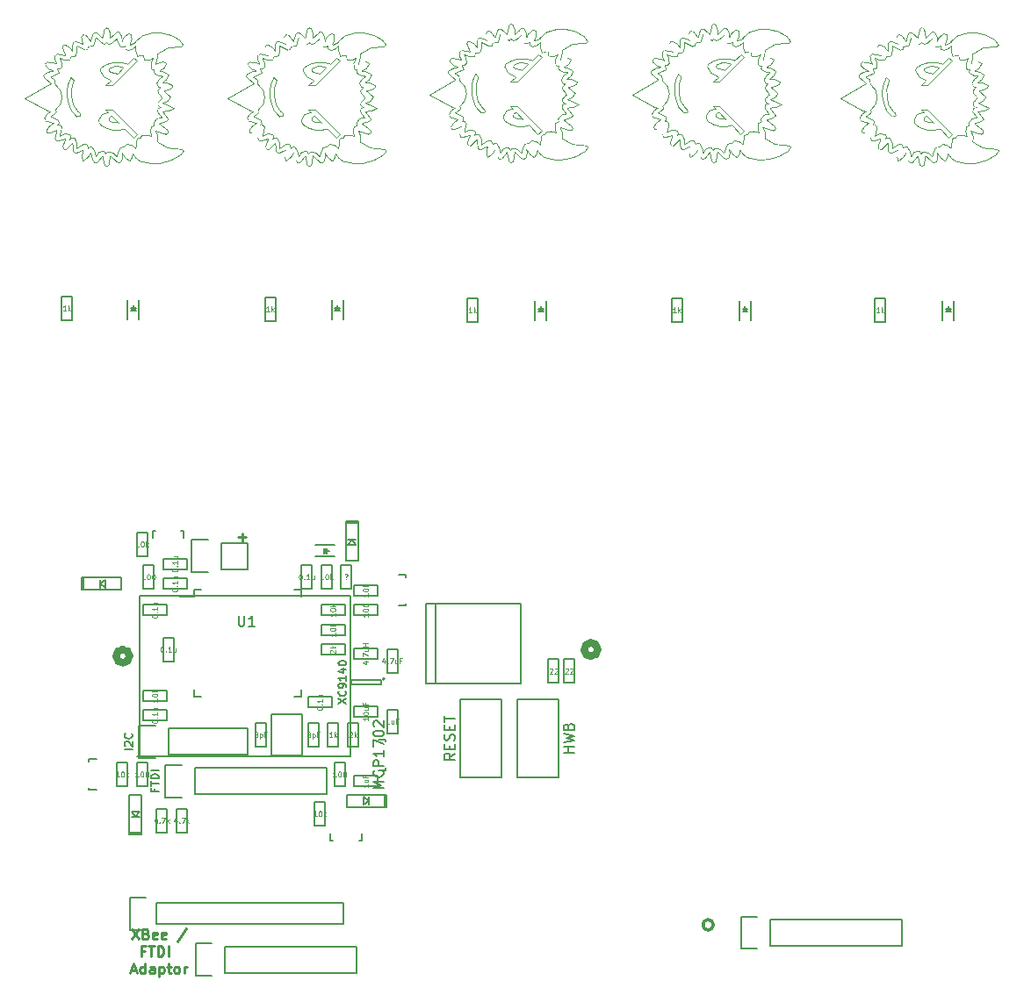
<source format=gto>
G04 #@! TF.FileFunction,Legend,Top*
%FSLAX46Y46*%
G04 Gerber Fmt 4.6, Leading zero omitted, Abs format (unit mm)*
G04 Created by KiCad (PCBNEW (2015-07-22 BZR 5980)-product) date Tuesday, September 08, 2015 'amt' 09:17:54 am*
%MOMM*%
G01*
G04 APERTURE LIST*
%ADD10C,0.100000*%
%ADD11C,0.250000*%
%ADD12C,0.200000*%
%ADD13C,0.350000*%
%ADD14C,0.150000*%
%ADD15C,0.738000*%
%ADD16C,0.152400*%
%ADD17C,0.300000*%
%ADD18C,0.114300*%
%ADD19C,0.190500*%
G04 APERTURE END LIST*
D10*
X142612033Y-67531809D02*
G75*
G02X143950363Y-67434557I737967J-898191D01*
G01*
X136378963Y-72297638D02*
G75*
G02X136924706Y-71685795I942287J-291174D01*
G01*
X136484264Y-72588288D02*
G75*
G02X136378963Y-72297640I118703J207405D01*
G01*
X137241377Y-72805970D02*
G75*
G02X136484262Y-72588289I740666J4001617D01*
G01*
X141618920Y-72470375D02*
G75*
G02X141881731Y-71971228I757232J-79937D01*
G01*
X141881730Y-71971227D02*
G75*
G02X142502827Y-71754674I862751J-1475503D01*
G01*
X141325963Y-64543808D02*
G75*
G02X141093167Y-65325725I-1965580J159588D01*
G01*
X142314466Y-65023303D02*
G75*
G02X142007952Y-65133646I-181646J23688D01*
G01*
X142881731Y-65071227D02*
G75*
G02X142314465Y-65023303I-267180J218715D01*
G01*
X147432370Y-72851264D02*
G75*
G02X148210005Y-73455775I-805340J-1838403D01*
G01*
X148210006Y-73455775D02*
G75*
G02X147892140Y-73824726I-168897J-175891D01*
G01*
X147081729Y-73571227D02*
G75*
G02X147892140Y-73824726I-159509J-1932087D01*
G01*
X147081731Y-73571227D02*
G75*
G02X147255538Y-74611029I-854531J-677265D01*
G01*
X136924706Y-71685795D02*
X136924706Y-71685795D01*
X137394255Y-69060071D02*
G75*
G02X137402015Y-71535689I-859100J-1240514D01*
G01*
X139566169Y-71656098D02*
G75*
G02X139835658Y-72087589I-166537J-403911D01*
G01*
X139835658Y-72087589D02*
G75*
G02X139481730Y-72171227I-253928J283866D01*
G01*
X143950363Y-67434557D02*
X143950363Y-67434557D01*
X144328630Y-67082131D02*
X144328630Y-67082131D01*
X145181731Y-65371228D02*
G75*
G02X144481730Y-65771228I-950001J850001D01*
G01*
X145345534Y-66347908D02*
G75*
G02X145170484Y-65383633I1396502J751541D01*
G01*
X145693617Y-66259102D02*
G75*
G02X145345533Y-66347909I-231697J181576D01*
G01*
X145693615Y-66259103D02*
G75*
G02X145939492Y-66437349I111682J-104651D01*
G01*
X149381730Y-64771227D02*
G75*
G02X149733271Y-65262417I-602846J-802845D01*
G01*
X145781731Y-64371227D02*
G75*
G02X149381730Y-64771228I1449999J-3350000D01*
G01*
X145114354Y-64954001D02*
G75*
G02X145781731Y-64371228I2032446J-1653986D01*
G01*
X149373705Y-75306530D02*
G75*
G02X147255538Y-74611029I-302715J2651292D01*
G01*
X149373701Y-75306529D02*
G75*
G02X149781730Y-75471226I77876J-394852D01*
G01*
X149781732Y-75471227D02*
G75*
G02X149481731Y-75871228I-750002J250000D01*
G01*
X137576727Y-67101006D02*
G75*
G02X137356848Y-66307228I951932J691030D01*
G01*
X136645042Y-66911214D02*
G75*
G02X137576727Y-67101008I154207J-1624689D01*
G01*
X136481730Y-67271225D02*
G75*
G02X136645041Y-66911212I165344J142043D01*
G01*
X137241588Y-67767492D02*
G75*
G02X136481730Y-67271227I302863J1293593D01*
G01*
X142739191Y-68670868D02*
G75*
G02X141729452Y-67710793I283251J1308927D01*
G01*
X143854848Y-64911668D02*
G75*
G02X144210655Y-64357324I733763J-79608D01*
G01*
X143591339Y-64042158D02*
G75*
G02X143854848Y-64911666I-925788J-755247D01*
G01*
X143181730Y-64171227D02*
G75*
G02X143591340Y-64042158I236706J-36706D01*
G01*
X141961050Y-64584732D02*
G75*
G02X142156472Y-63725519I1815024J39016D01*
G01*
X141381732Y-64071227D02*
G75*
G02X141961051Y-64584730I-2895051J-3849644D01*
G01*
X141031616Y-64211274D02*
G75*
G02X141381730Y-64071227I225919J-57129D01*
G01*
X142889826Y-71504115D02*
X142262674Y-71504113D01*
X142262674Y-71504113D02*
X142502827Y-71754674D01*
X136381731Y-68071228D02*
G75*
G02X137241588Y-67767493I951810J-1325550D01*
G01*
X136340474Y-68413652D02*
G75*
G02X136381730Y-68071227I134054J157547D01*
G01*
X136940317Y-68918957D02*
G75*
G02X136340475Y-68413653I865230J1635791D01*
G01*
X142557464Y-76841565D02*
G75*
G02X142152930Y-76827576I-199518J86491D01*
G01*
X142705495Y-75957139D02*
G75*
G02X142557462Y-76841565I-2848087J22106D01*
G01*
X143381730Y-76571228D02*
G75*
G02X142705497Y-75957140I1131727J1925635D01*
G01*
X143781730Y-76471229D02*
G75*
G02X143381730Y-76571227I-243465J123864D01*
G01*
X136936458Y-68360374D02*
G75*
G02X137394255Y-69060069I-77267J-550166D01*
G01*
X137781729Y-67971227D02*
G75*
G02X136936458Y-68360375I-1207767J1510816D01*
G01*
X137618196Y-67578101D02*
G75*
G02X137781730Y-67971227I-446649J-416376D01*
G01*
X138033555Y-67391612D02*
G75*
G02X137618195Y-67578101I-311193J137307D01*
G01*
X139503776Y-65360401D02*
G75*
G02X139381729Y-66271227I-1611598J-247642D01*
G01*
X140272487Y-65741977D02*
G75*
G02X139503777Y-65360401I648718J2271982D01*
G01*
X140572850Y-65422692D02*
G75*
G02X140272488Y-65741977I-241293J-73930D01*
G01*
X141093169Y-65325725D02*
G75*
G02X140572853Y-65422694I-372635J555043D01*
G01*
X142260117Y-69156026D02*
X142739188Y-68670867D01*
X147265943Y-66120726D02*
G75*
G02X149384021Y-65425224I1838597J-2026311D01*
G01*
X149733270Y-65262418D02*
G75*
G02X149384021Y-65425224I-255674J92463D01*
G01*
X144902378Y-74200131D02*
X144102498Y-73351257D01*
X144102498Y-73351257D02*
X144102498Y-73351257D01*
X141821534Y-67445134D02*
G75*
G02X144328630Y-67082131I1588853J-2134294D01*
G01*
X144942549Y-66472886D02*
X144328630Y-67082131D01*
X144102498Y-73351259D02*
G75*
G02X141781730Y-72971227I-813739J2306901D01*
G01*
X141781732Y-72971228D02*
G75*
G02X141618920Y-72470375I345020J389045D01*
G01*
X134463112Y-70371257D02*
X136624193Y-71550055D01*
X136624193Y-71550055D02*
X136924706Y-71685795D01*
X142881729Y-65071227D02*
G75*
G02X143323914Y-64680007I1116938J-816937D01*
G01*
X144153300Y-65334029D02*
G75*
G02X143676901Y-65441395I-314613J285375D01*
G01*
X144481731Y-65771227D02*
G75*
G02X144153299Y-65334030I-70279J289166D01*
G01*
X138924251Y-68391556D02*
G75*
G02X139205679Y-68690447I-1112621J-1329553D01*
G01*
X136940315Y-68918958D02*
X134463112Y-70371257D01*
X138132020Y-75043716D02*
G75*
G02X138381730Y-74371226I1280212J-92763D01*
G01*
X138461444Y-75331046D02*
G75*
G02X138132024Y-75043716I-99552J218368D01*
G01*
X139081501Y-74721449D02*
G75*
G02X138461446Y-75331049I-1978469J1392255D01*
G01*
X141481731Y-76571230D02*
G75*
G02X141044578Y-76404447I-177919J189958D01*
G01*
X141964840Y-75965342D02*
G75*
G02X141481730Y-76571227I-1759172J907149D01*
G01*
X142152930Y-76827574D02*
G75*
G02X141964840Y-75965341I5260702J1599216D01*
G01*
X145261992Y-66782537D02*
X144942549Y-66472886D01*
X145261992Y-66782537D02*
X142889825Y-69156025D01*
X144330360Y-74828115D02*
G75*
G02X145170356Y-75231564I-27970J-1134411D01*
G01*
X144081730Y-75071227D02*
G75*
G02X144330359Y-74828114I346159J-105322D01*
G01*
X143481731Y-75571227D02*
G75*
G02X144081731Y-75071227I500000J10000D01*
G01*
X143481731Y-75571228D02*
G75*
G02X143351082Y-76044806I-1004804J22391D01*
G01*
X142452504Y-75567463D02*
G75*
G02X143351082Y-76044806I98529J-898964D01*
G01*
X142452502Y-75567464D02*
G75*
G02X142281730Y-75771226I-290803J70278D01*
G01*
X142281730Y-75771228D02*
G75*
G02X142081730Y-75471228I349999J450000D01*
G01*
X141328783Y-76053536D02*
G75*
G02X142081730Y-75471228I683782J-106208D01*
G01*
X140962174Y-75116324D02*
G75*
G02X141328783Y-76053536I-1296636J-1047515D01*
G01*
X140594358Y-75222581D02*
G75*
G02X140962174Y-75116325I223997J-85643D01*
G01*
X140817961Y-64911667D02*
G75*
G02X141032164Y-64209154I4562946J-1007369D01*
G01*
X140385746Y-64329009D02*
G75*
G02X140817960Y-64911668I-3731855J-3219912D01*
G01*
X139933076Y-64505528D02*
G75*
G02X140385745Y-64329009I250290J26827D01*
G01*
X137333617Y-72355355D02*
G75*
G02X137692793Y-72526847I-13760J-490697D01*
G01*
X137333615Y-72355355D02*
G75*
G02X136973567Y-72161339I10493J450564D01*
G01*
X136973567Y-72161338D02*
G75*
G02X137381731Y-71871226I715341J-574244D01*
G01*
X137402014Y-71535686D02*
G75*
G02X137381731Y-71871226I-93067J-162757D01*
G01*
X139391343Y-64908661D02*
G75*
G02X140062972Y-65172791I-1836345J-5655422D01*
G01*
X139085204Y-65202402D02*
G75*
G02X139391343Y-64908660I273206J21664D01*
G01*
X139081731Y-65871227D02*
G75*
G02X139085205Y-65202402I4058114J313341D01*
G01*
X138370565Y-65261358D02*
G75*
G02X139081731Y-65871228I-291671J-1059694D01*
G01*
X143371896Y-68038603D02*
X143950363Y-67434557D01*
X147256410Y-66434359D02*
G75*
G02X147097404Y-67102330I-1948968J111027D01*
G01*
X147796926Y-66858896D02*
G75*
G02X148124863Y-67038871I43184J-310071D01*
G01*
X148124863Y-67038871D02*
G75*
G02X147433689Y-67766258I-952887J213372D01*
G01*
X146999900Y-68010580D02*
G75*
G02X146981729Y-67671227I63417J173559D01*
G01*
X147800230Y-68277873D02*
G75*
G02X146999900Y-68010580I-39300J1214148D01*
G01*
X147181731Y-68971227D02*
G75*
G02X147800229Y-68277873I1072093J-333809D01*
G01*
X147349451Y-69306309D02*
G75*
G02X147181731Y-68971228I167513J293362D01*
G01*
X147581729Y-69371228D02*
G75*
G02X147349451Y-69306309I-49998J269109D01*
G01*
X139481730Y-72171227D02*
G75*
G02X138681730Y-70871227I1136275J1595399D01*
G01*
X138681729Y-70871229D02*
G75*
G02X138924248Y-68391556I2922247J965892D01*
G01*
X145114353Y-64954002D02*
X144595240Y-65183660D01*
X144749100Y-64255484D02*
G75*
G02X144595240Y-65183660I-1179013J-281400D01*
G01*
X144210653Y-64357325D02*
G75*
G02X144749100Y-64255482I307103J-149349D01*
G01*
X142889825Y-69156025D02*
X142260117Y-69156026D01*
X147862051Y-69700099D02*
G75*
G02X148414348Y-69539222I709979J-1408927D01*
G01*
X147862051Y-69700096D02*
G75*
G02X148522716Y-70276447I-1351551J-2216102D01*
G01*
X148522715Y-70276448D02*
G75*
G02X147781731Y-70871228I-822453J265669D01*
G01*
X147822803Y-70880227D02*
G75*
G02X148881730Y-71371227I-615979J-2715844D01*
G01*
X140081729Y-76471228D02*
G75*
G02X139981730Y-76071227I588740J359684D01*
G01*
X140581730Y-76071227D02*
G75*
G02X140081730Y-76471227I-986084J720106D01*
G01*
X140581730Y-76071228D02*
G75*
G02X140824221Y-75700318I908616J-329307D01*
G01*
X147433690Y-67766259D02*
G75*
G02X148343395Y-68154238I-53278J-1385417D01*
G01*
X148343394Y-68154237D02*
G75*
G02X147736461Y-68896381I-1041300J232336D01*
G01*
X147736463Y-68896381D02*
G75*
G02X148737890Y-69181624I131717J-1438089D01*
G01*
X148737889Y-69181624D02*
G75*
G02X148414348Y-69539222I-366996J6881D01*
G01*
X147281731Y-69671227D02*
G75*
G02X147543764Y-69375569I359710J-54856D01*
G01*
X147553793Y-70135937D02*
G75*
G02X147281730Y-69671227I247402J456835D01*
G01*
X147553798Y-70135939D02*
G75*
G02X147454565Y-70639078I-116567J-238365D01*
G01*
X147303515Y-71039269D02*
G75*
G02X147510209Y-70629410I265294J123259D01*
G01*
X147642185Y-71267049D02*
G75*
G02X147303516Y-71039266I-49773J291657D01*
G01*
X140440773Y-74879148D02*
G75*
G02X140594357Y-75222583I-203386J-297013D01*
G01*
X140152979Y-74809813D02*
G75*
G02X140440772Y-74879147I57114J-394884D01*
G01*
X139491605Y-75237739D02*
G75*
G02X140152979Y-74809813I1166752J-1078204D01*
G01*
X139281732Y-74271227D02*
G75*
G02X139491605Y-75237737I-905211J-702605D01*
G01*
X138781730Y-74371227D02*
G75*
G02X139285402Y-74275984I298135J-197221D01*
G01*
X138824756Y-73886188D02*
G75*
G02X138781730Y-74371227I-199499J-226731D01*
G01*
X137840694Y-74055579D02*
G75*
G02X138824757Y-73886186I624672J-685858D01*
G01*
X138034193Y-73189632D02*
G75*
G02X137840693Y-74055579I-1841995J-42990D01*
G01*
X137620252Y-73014636D02*
G75*
G02X138034194Y-73189633I136927J-253182D01*
G01*
X137692793Y-72526844D02*
G75*
G02X137620252Y-73014633I-278115J-207929D01*
G01*
X138081731Y-65471228D02*
G75*
G02X138370565Y-65261358I204541J22189D01*
G01*
X137597971Y-66131494D02*
G75*
G02X138407871Y-66278857I-102376J-2861912D01*
G01*
X137381730Y-66271228D02*
G75*
G02X137615671Y-66132182I186441J-47359D01*
G01*
X141729452Y-67710791D02*
G75*
G02X141821535Y-67445136I241368J65122D01*
G01*
X149481731Y-75871227D02*
G75*
G02X145581730Y-76471228I-2518751J3396875D01*
G01*
X145581730Y-76471227D02*
G75*
G02X144881730Y-75771227I850059J1550059D01*
G01*
X143476228Y-72733544D02*
G75*
G02X142581730Y-72571227I-240557J1220200D01*
G01*
X146681729Y-74071228D02*
G75*
G02X146650788Y-73157142I1189083J497816D01*
G01*
X145818980Y-73966197D02*
G75*
G02X146681731Y-74071228I269004J-1386269D01*
G01*
X145638150Y-74268217D02*
G75*
G02X145818979Y-73966197I269749J43636D01*
G01*
X145281732Y-74371228D02*
G75*
G02X145638148Y-74268219I214353J-73558D01*
G01*
X145170355Y-75231564D02*
G75*
G02X145281729Y-74371227I1976858J181465D01*
G01*
X137829229Y-66526155D02*
G75*
G02X138033556Y-67391613I-998350J-692550D01*
G01*
X138806146Y-66718753D02*
G75*
G02X137829228Y-66526156I-270258J1203083D01*
G01*
X138914939Y-66401829D02*
G75*
G02X138806147Y-66718750I-292613J-76686D01*
G01*
X139381730Y-66271226D02*
G75*
G02X138914939Y-66401831I-339594J314258D01*
G01*
X142722167Y-67875796D02*
G75*
G02X142612033Y-67531810I82013J215882D01*
G01*
X142581730Y-72571228D02*
G75*
G02X142817505Y-72091136I333661J134079D01*
G01*
X142817505Y-72091136D02*
X143476230Y-72733545D01*
X143476230Y-72733545D02*
X143476230Y-72733545D01*
X143371896Y-68038602D02*
G75*
G02X142722167Y-67875795I119130J1853296D01*
G01*
X142889826Y-71504115D02*
X145261992Y-73877516D01*
X145261992Y-73877516D02*
X144902378Y-74200131D01*
X147258361Y-71698486D02*
G75*
G02X147642182Y-71267047I307194J113160D01*
G01*
X147681730Y-72271227D02*
G75*
G02X147258361Y-71698484I931155J1131154D01*
G01*
X146892108Y-72741566D02*
G75*
G02X147681730Y-72271227I668579J-224442D01*
G01*
X146929747Y-73028114D02*
G75*
G02X146892106Y-72741566I343176J190826D01*
G01*
X146650789Y-73157143D02*
G75*
G02X146929748Y-73028115I260165J-196409D01*
G01*
X143181730Y-64171227D02*
G75*
G02X142707173Y-64589228I-957572J608749D01*
G01*
X142533098Y-63677458D02*
G75*
G02X142707173Y-64589228I-1327168J-725885D01*
G01*
X142155064Y-63731948D02*
G75*
G02X142533099Y-63677457I198719J-40059D01*
G01*
X138988280Y-70282356D02*
G75*
G02X139205679Y-68690447I2470995J473349D01*
G01*
X139581730Y-71671228D02*
G75*
G02X138988279Y-70282356I1340218J1393886D01*
G01*
X139139576Y-75527403D02*
G75*
G02X139081500Y-74721448I2460291J582354D01*
G01*
X139481730Y-75671228D02*
G75*
G02X139139575Y-75527402I-99999J241004D01*
G01*
X139481731Y-75671228D02*
G75*
G02X140068660Y-75396312I2384689J-4327191D01*
G01*
X137763190Y-74503633D02*
G75*
G02X137392702Y-74241323I-116279J228561D01*
G01*
X137763191Y-74503635D02*
G75*
G02X138393496Y-74308169I1706026J-4387330D01*
G01*
X143852025Y-75692293D02*
G75*
G02X143781730Y-76471227I-1154238J-288474D01*
G01*
X144581730Y-76471227D02*
G75*
G02X143852025Y-75692292I793358J1474477D01*
G01*
X144881730Y-75771228D02*
G75*
G02X144581730Y-76471228I-1084014J50292D01*
G01*
X147256410Y-66434357D02*
G75*
G02X147265945Y-66120725I604373J138587D01*
G01*
X148881729Y-71371228D02*
G75*
G02X147747044Y-71684825I-1028243J1510873D01*
G01*
X147747043Y-71684825D02*
G75*
G02X148307958Y-72428020I-2199889J-2243598D01*
G01*
X148307960Y-72428019D02*
G75*
G02X147755072Y-72732486I-563950J369854D01*
G01*
X147432372Y-72851263D02*
G75*
G02X147755072Y-72732486I374241J-519005D01*
G01*
X146195802Y-66726438D02*
G75*
G02X145939492Y-66437349I-61675J203487D01*
G01*
X146842261Y-66526420D02*
G75*
G02X146195800Y-66726438I-561750J670889D01*
G01*
X146658773Y-67528535D02*
G75*
G02X146842260Y-66526419I1040720J327301D01*
G01*
X146981731Y-67671225D02*
G75*
G02X146658776Y-67528535I-94249J223505D01*
G01*
X136561830Y-73479697D02*
G75*
G02X137241378Y-72805970I1344867J-676914D01*
G01*
X136814125Y-73766182D02*
G75*
G02X136561829Y-73479697I-49479J210762D01*
G01*
X103012033Y-67181809D02*
G75*
G02X104350363Y-67084557I737967J-898191D01*
G01*
X96778963Y-71947638D02*
G75*
G02X97324706Y-71335795I942287J-291174D01*
G01*
X96884264Y-72238288D02*
G75*
G02X96778963Y-71947640I118703J207405D01*
G01*
X97641377Y-72455970D02*
G75*
G02X96884262Y-72238289I740666J4001617D01*
G01*
X102018920Y-72120375D02*
G75*
G02X102281731Y-71621228I757232J-79937D01*
G01*
X102281730Y-71621227D02*
G75*
G02X102902827Y-71404674I862751J-1475503D01*
G01*
X101725963Y-64193808D02*
G75*
G02X101493167Y-64975725I-1965580J159588D01*
G01*
X102714466Y-64673303D02*
G75*
G02X102407952Y-64783646I-181646J23688D01*
G01*
X103281731Y-64721227D02*
G75*
G02X102714465Y-64673303I-267180J218715D01*
G01*
X107832370Y-72501264D02*
G75*
G02X108610005Y-73105775I-805340J-1838403D01*
G01*
X108610006Y-73105775D02*
G75*
G02X108292140Y-73474726I-168897J-175891D01*
G01*
X107481729Y-73221227D02*
G75*
G02X108292140Y-73474726I-159509J-1932087D01*
G01*
X107481731Y-73221227D02*
G75*
G02X107655538Y-74261029I-854531J-677265D01*
G01*
X97324706Y-71335795D02*
X97324706Y-71335795D01*
X97794255Y-68710071D02*
G75*
G02X97802015Y-71185689I-859100J-1240514D01*
G01*
X99966169Y-71306098D02*
G75*
G02X100235658Y-71737589I-166537J-403911D01*
G01*
X100235658Y-71737589D02*
G75*
G02X99881730Y-71821227I-253928J283866D01*
G01*
X104350363Y-67084557D02*
X104350363Y-67084557D01*
X104728630Y-66732131D02*
X104728630Y-66732131D01*
X105581731Y-65021228D02*
G75*
G02X104881730Y-65421228I-950001J850001D01*
G01*
X105745534Y-65997908D02*
G75*
G02X105570484Y-65033633I1396502J751541D01*
G01*
X106093617Y-65909102D02*
G75*
G02X105745533Y-65997909I-231697J181576D01*
G01*
X106093615Y-65909103D02*
G75*
G02X106339492Y-66087349I111682J-104651D01*
G01*
X109781730Y-64421227D02*
G75*
G02X110133271Y-64912417I-602846J-802845D01*
G01*
X106181731Y-64021227D02*
G75*
G02X109781730Y-64421228I1449999J-3350000D01*
G01*
X105514354Y-64604001D02*
G75*
G02X106181731Y-64021228I2032446J-1653986D01*
G01*
X109773705Y-74956530D02*
G75*
G02X107655538Y-74261029I-302715J2651292D01*
G01*
X109773701Y-74956529D02*
G75*
G02X110181730Y-75121226I77876J-394852D01*
G01*
X110181732Y-75121227D02*
G75*
G02X109881731Y-75521228I-750002J250000D01*
G01*
X97976727Y-66751006D02*
G75*
G02X97756848Y-65957228I951932J691030D01*
G01*
X97045042Y-66561214D02*
G75*
G02X97976727Y-66751008I154207J-1624689D01*
G01*
X96881730Y-66921225D02*
G75*
G02X97045041Y-66561212I165344J142043D01*
G01*
X97641588Y-67417492D02*
G75*
G02X96881730Y-66921227I302863J1293593D01*
G01*
X103139191Y-68320868D02*
G75*
G02X102129452Y-67360793I283251J1308927D01*
G01*
X104254848Y-64561668D02*
G75*
G02X104610655Y-64007324I733763J-79608D01*
G01*
X103991339Y-63692158D02*
G75*
G02X104254848Y-64561666I-925788J-755247D01*
G01*
X103581730Y-63821227D02*
G75*
G02X103991340Y-63692158I236706J-36706D01*
G01*
X102361050Y-64234732D02*
G75*
G02X102556472Y-63375519I1815024J39016D01*
G01*
X101781732Y-63721227D02*
G75*
G02X102361051Y-64234730I-2895051J-3849644D01*
G01*
X101431616Y-63861274D02*
G75*
G02X101781730Y-63721227I225919J-57129D01*
G01*
X103289826Y-71154115D02*
X102662674Y-71154113D01*
X102662674Y-71154113D02*
X102902827Y-71404674D01*
X96781731Y-67721228D02*
G75*
G02X97641588Y-67417493I951810J-1325550D01*
G01*
X96740474Y-68063652D02*
G75*
G02X96781730Y-67721227I134054J157547D01*
G01*
X97340317Y-68568957D02*
G75*
G02X96740475Y-68063653I865230J1635791D01*
G01*
X102957464Y-76491565D02*
G75*
G02X102552930Y-76477576I-199518J86491D01*
G01*
X103105495Y-75607139D02*
G75*
G02X102957462Y-76491565I-2848087J22106D01*
G01*
X103781730Y-76221228D02*
G75*
G02X103105497Y-75607140I1131727J1925635D01*
G01*
X104181730Y-76121229D02*
G75*
G02X103781730Y-76221227I-243465J123864D01*
G01*
X97336458Y-68010374D02*
G75*
G02X97794255Y-68710069I-77267J-550166D01*
G01*
X98181729Y-67621227D02*
G75*
G02X97336458Y-68010375I-1207767J1510816D01*
G01*
X98018196Y-67228101D02*
G75*
G02X98181730Y-67621227I-446649J-416376D01*
G01*
X98433555Y-67041612D02*
G75*
G02X98018195Y-67228101I-311193J137307D01*
G01*
X99903776Y-65010401D02*
G75*
G02X99781729Y-65921227I-1611598J-247642D01*
G01*
X100672487Y-65391977D02*
G75*
G02X99903777Y-65010401I648718J2271982D01*
G01*
X100972850Y-65072692D02*
G75*
G02X100672488Y-65391977I-241293J-73930D01*
G01*
X101493169Y-64975725D02*
G75*
G02X100972853Y-65072694I-372635J555043D01*
G01*
X102660117Y-68806026D02*
X103139188Y-68320867D01*
X107665943Y-65770726D02*
G75*
G02X109784021Y-65075224I1838597J-2026311D01*
G01*
X110133270Y-64912418D02*
G75*
G02X109784021Y-65075224I-255674J92463D01*
G01*
X105302378Y-73850131D02*
X104502498Y-73001257D01*
X104502498Y-73001257D02*
X104502498Y-73001257D01*
X102221534Y-67095134D02*
G75*
G02X104728630Y-66732131I1588853J-2134294D01*
G01*
X105342549Y-66122886D02*
X104728630Y-66732131D01*
X104502498Y-73001259D02*
G75*
G02X102181730Y-72621227I-813739J2306901D01*
G01*
X102181732Y-72621228D02*
G75*
G02X102018920Y-72120375I345020J389045D01*
G01*
X94863112Y-70021257D02*
X97024193Y-71200055D01*
X97024193Y-71200055D02*
X97324706Y-71335795D01*
X103281729Y-64721227D02*
G75*
G02X103723914Y-64330007I1116938J-816937D01*
G01*
X104553300Y-64984029D02*
G75*
G02X104076901Y-65091395I-314613J285375D01*
G01*
X104881731Y-65421227D02*
G75*
G02X104553299Y-64984030I-70279J289166D01*
G01*
X99324251Y-68041556D02*
G75*
G02X99605679Y-68340447I-1112621J-1329553D01*
G01*
X97340315Y-68568958D02*
X94863112Y-70021257D01*
X98532020Y-74693716D02*
G75*
G02X98781730Y-74021226I1280212J-92763D01*
G01*
X98861444Y-74981046D02*
G75*
G02X98532024Y-74693716I-99552J218368D01*
G01*
X99481501Y-74371449D02*
G75*
G02X98861446Y-74981049I-1978469J1392255D01*
G01*
X101881731Y-76221230D02*
G75*
G02X101444578Y-76054447I-177919J189958D01*
G01*
X102364840Y-75615342D02*
G75*
G02X101881730Y-76221227I-1759172J907149D01*
G01*
X102552930Y-76477574D02*
G75*
G02X102364840Y-75615341I5260702J1599216D01*
G01*
X105661992Y-66432537D02*
X105342549Y-66122886D01*
X105661992Y-66432537D02*
X103289825Y-68806025D01*
X104730360Y-74478115D02*
G75*
G02X105570356Y-74881564I-27970J-1134411D01*
G01*
X104481730Y-74721227D02*
G75*
G02X104730359Y-74478114I346159J-105322D01*
G01*
X103881731Y-75221227D02*
G75*
G02X104481731Y-74721227I500000J10000D01*
G01*
X103881731Y-75221228D02*
G75*
G02X103751082Y-75694806I-1004804J22391D01*
G01*
X102852504Y-75217463D02*
G75*
G02X103751082Y-75694806I98529J-898964D01*
G01*
X102852502Y-75217464D02*
G75*
G02X102681730Y-75421226I-290803J70278D01*
G01*
X102681730Y-75421228D02*
G75*
G02X102481730Y-75121228I349999J450000D01*
G01*
X101728783Y-75703536D02*
G75*
G02X102481730Y-75121228I683782J-106208D01*
G01*
X101362174Y-74766324D02*
G75*
G02X101728783Y-75703536I-1296636J-1047515D01*
G01*
X100994358Y-74872581D02*
G75*
G02X101362174Y-74766325I223997J-85643D01*
G01*
X101217961Y-64561667D02*
G75*
G02X101432164Y-63859154I4562946J-1007369D01*
G01*
X100785746Y-63979009D02*
G75*
G02X101217960Y-64561668I-3731855J-3219912D01*
G01*
X100333076Y-64155528D02*
G75*
G02X100785745Y-63979009I250290J26827D01*
G01*
X97733617Y-72005355D02*
G75*
G02X98092793Y-72176847I-13760J-490697D01*
G01*
X97733615Y-72005355D02*
G75*
G02X97373567Y-71811339I10493J450564D01*
G01*
X97373567Y-71811338D02*
G75*
G02X97781731Y-71521226I715341J-574244D01*
G01*
X97802014Y-71185686D02*
G75*
G02X97781731Y-71521226I-93067J-162757D01*
G01*
X99791343Y-64558661D02*
G75*
G02X100462972Y-64822791I-1836345J-5655422D01*
G01*
X99485204Y-64852402D02*
G75*
G02X99791343Y-64558660I273206J21664D01*
G01*
X99481731Y-65521227D02*
G75*
G02X99485205Y-64852402I4058114J313341D01*
G01*
X98770565Y-64911358D02*
G75*
G02X99481731Y-65521228I-291671J-1059694D01*
G01*
X103771896Y-67688603D02*
X104350363Y-67084557D01*
X107656410Y-66084359D02*
G75*
G02X107497404Y-66752330I-1948968J111027D01*
G01*
X108196926Y-66508896D02*
G75*
G02X108524863Y-66688871I43184J-310071D01*
G01*
X108524863Y-66688871D02*
G75*
G02X107833689Y-67416258I-952887J213372D01*
G01*
X107399900Y-67660580D02*
G75*
G02X107381729Y-67321227I63417J173559D01*
G01*
X108200230Y-67927873D02*
G75*
G02X107399900Y-67660580I-39300J1214148D01*
G01*
X107581731Y-68621227D02*
G75*
G02X108200229Y-67927873I1072093J-333809D01*
G01*
X107749451Y-68956309D02*
G75*
G02X107581731Y-68621228I167513J293362D01*
G01*
X107981729Y-69021228D02*
G75*
G02X107749451Y-68956309I-49998J269109D01*
G01*
X99881730Y-71821227D02*
G75*
G02X99081730Y-70521227I1136275J1595399D01*
G01*
X99081729Y-70521229D02*
G75*
G02X99324248Y-68041556I2922247J965892D01*
G01*
X105514353Y-64604002D02*
X104995240Y-64833660D01*
X105149100Y-63905484D02*
G75*
G02X104995240Y-64833660I-1179013J-281400D01*
G01*
X104610653Y-64007325D02*
G75*
G02X105149100Y-63905482I307103J-149349D01*
G01*
X103289825Y-68806025D02*
X102660117Y-68806026D01*
X108262051Y-69350099D02*
G75*
G02X108814348Y-69189222I709979J-1408927D01*
G01*
X108262051Y-69350096D02*
G75*
G02X108922716Y-69926447I-1351551J-2216102D01*
G01*
X108922715Y-69926448D02*
G75*
G02X108181731Y-70521228I-822453J265669D01*
G01*
X108222803Y-70530227D02*
G75*
G02X109281730Y-71021227I-615979J-2715844D01*
G01*
X100381730Y-75721228D02*
G75*
G02X100468660Y-75046312I12575875J-1276724D01*
G01*
X100481729Y-76121228D02*
G75*
G02X100381730Y-75721227I588740J359684D01*
G01*
X100981730Y-75721227D02*
G75*
G02X100481730Y-76121227I-986084J720106D01*
G01*
X100981730Y-75721228D02*
G75*
G02X101224221Y-75350318I908616J-329307D01*
G01*
X107833690Y-67416259D02*
G75*
G02X108743395Y-67804238I-53278J-1385417D01*
G01*
X108743394Y-67804237D02*
G75*
G02X108136461Y-68546381I-1041300J232336D01*
G01*
X108136463Y-68546381D02*
G75*
G02X109137890Y-68831624I131717J-1438089D01*
G01*
X109137889Y-68831624D02*
G75*
G02X108814348Y-69189222I-366996J6881D01*
G01*
X107681731Y-69321227D02*
G75*
G02X107943764Y-69025569I359710J-54856D01*
G01*
X107953793Y-69785937D02*
G75*
G02X107681730Y-69321227I247402J456835D01*
G01*
X107953798Y-69785939D02*
G75*
G02X107854565Y-70289078I-116567J-238365D01*
G01*
X107703515Y-70689269D02*
G75*
G02X107910209Y-70279410I265294J123259D01*
G01*
X108042185Y-70917049D02*
G75*
G02X107703516Y-70689266I-49773J291657D01*
G01*
X100840773Y-74529148D02*
G75*
G02X100994357Y-74872583I-203386J-297013D01*
G01*
X100552979Y-74459813D02*
G75*
G02X100840772Y-74529147I57114J-394884D01*
G01*
X99891605Y-74887739D02*
G75*
G02X100552979Y-74459813I1166752J-1078204D01*
G01*
X99681732Y-73921227D02*
G75*
G02X99891605Y-74887737I-905211J-702605D01*
G01*
X99181730Y-74021227D02*
G75*
G02X99685402Y-73925984I298135J-197221D01*
G01*
X99224756Y-73536188D02*
G75*
G02X99181730Y-74021227I-199499J-226731D01*
G01*
X98240694Y-73705579D02*
G75*
G02X99224757Y-73536186I624672J-685858D01*
G01*
X98434193Y-72839632D02*
G75*
G02X98240693Y-73705579I-1841995J-42990D01*
G01*
X98020252Y-72664636D02*
G75*
G02X98434194Y-72839633I136927J-253182D01*
G01*
X98092793Y-72176844D02*
G75*
G02X98020252Y-72664633I-278115J-207929D01*
G01*
X98481731Y-65121228D02*
G75*
G02X98770565Y-64911358I204541J22189D01*
G01*
X98807871Y-65928858D02*
G75*
G02X98481730Y-65121227I3049959J1701315D01*
G01*
X97997971Y-65781494D02*
G75*
G02X98807871Y-65928857I-102376J-2861912D01*
G01*
X97781730Y-65921228D02*
G75*
G02X98015671Y-65782182I186441J-47359D01*
G01*
X102129452Y-67360791D02*
G75*
G02X102221535Y-67095136I241368J65122D01*
G01*
X109881731Y-75521227D02*
G75*
G02X105981730Y-76121228I-2518751J3396875D01*
G01*
X105981730Y-76121227D02*
G75*
G02X105281730Y-75421227I850059J1550059D01*
G01*
X103876228Y-72383544D02*
G75*
G02X102981730Y-72221227I-240557J1220200D01*
G01*
X107081729Y-73721228D02*
G75*
G02X107050788Y-72807142I1189083J497816D01*
G01*
X106218980Y-73616197D02*
G75*
G02X107081731Y-73721228I269004J-1386269D01*
G01*
X106038150Y-73918217D02*
G75*
G02X106218979Y-73616197I269749J43636D01*
G01*
X105681732Y-74021228D02*
G75*
G02X106038148Y-73918219I214353J-73558D01*
G01*
X105570355Y-74881564D02*
G75*
G02X105681729Y-74021227I1976858J181465D01*
G01*
X98229229Y-66176155D02*
G75*
G02X98433556Y-67041613I-998350J-692550D01*
G01*
X99206146Y-66368753D02*
G75*
G02X98229228Y-66176156I-270258J1203083D01*
G01*
X99314939Y-66051829D02*
G75*
G02X99206147Y-66368750I-292613J-76686D01*
G01*
X99781730Y-65921226D02*
G75*
G02X99314939Y-66051831I-339594J314258D01*
G01*
X103122167Y-67525796D02*
G75*
G02X103012033Y-67181810I82013J215882D01*
G01*
X102981730Y-72221228D02*
G75*
G02X103217505Y-71741136I333661J134079D01*
G01*
X103217505Y-71741136D02*
X103876230Y-72383545D01*
X103876230Y-72383545D02*
X103876230Y-72383545D01*
X103771896Y-67688602D02*
G75*
G02X103122167Y-67525795I119130J1853296D01*
G01*
X103289826Y-71154115D02*
X105661992Y-73527516D01*
X105661992Y-73527516D02*
X105302378Y-73850131D01*
X107658361Y-71348486D02*
G75*
G02X108042182Y-70917047I307194J113160D01*
G01*
X108081730Y-71921227D02*
G75*
G02X107658361Y-71348484I931155J1131154D01*
G01*
X107292108Y-72391566D02*
G75*
G02X108081730Y-71921227I668579J-224442D01*
G01*
X107329747Y-72678114D02*
G75*
G02X107292106Y-72391566I343176J190826D01*
G01*
X107050789Y-72807143D02*
G75*
G02X107329748Y-72678115I260165J-196409D01*
G01*
X103581730Y-63821227D02*
G75*
G02X103107173Y-64239228I-957572J608749D01*
G01*
X102933098Y-63327458D02*
G75*
G02X103107173Y-64239228I-1327168J-725885D01*
G01*
X102555064Y-63381948D02*
G75*
G02X102933099Y-63327457I198719J-40059D01*
G01*
X99388280Y-69932356D02*
G75*
G02X99605679Y-68340447I2470995J473349D01*
G01*
X99981730Y-71321228D02*
G75*
G02X99388279Y-69932356I1340218J1393886D01*
G01*
X99539576Y-75177403D02*
G75*
G02X99481500Y-74371448I2460291J582354D01*
G01*
X99881730Y-75321228D02*
G75*
G02X99539575Y-75177402I-99999J241004D01*
G01*
X99881731Y-75321228D02*
G75*
G02X100468660Y-75046312I2384689J-4327191D01*
G01*
X98163190Y-74153633D02*
G75*
G02X97792702Y-73891323I-116279J228561D01*
G01*
X98163191Y-74153635D02*
G75*
G02X98793496Y-73958169I1706026J-4387330D01*
G01*
X104252025Y-75342293D02*
G75*
G02X104181730Y-76121227I-1154238J-288474D01*
G01*
X104981730Y-76121227D02*
G75*
G02X104252025Y-75342292I793358J1474477D01*
G01*
X105281730Y-75421228D02*
G75*
G02X104981730Y-76121228I-1084014J50292D01*
G01*
X107656410Y-66084357D02*
G75*
G02X107665945Y-65770725I604373J138587D01*
G01*
X109281729Y-71021228D02*
G75*
G02X108147044Y-71334825I-1028243J1510873D01*
G01*
X108147043Y-71334825D02*
G75*
G02X108707958Y-72078020I-2199889J-2243598D01*
G01*
X108707960Y-72078019D02*
G75*
G02X108155072Y-72382486I-563950J369854D01*
G01*
X107832372Y-72501263D02*
G75*
G02X108155072Y-72382486I374241J-519005D01*
G01*
X106595802Y-66376438D02*
G75*
G02X106339492Y-66087349I-61675J203487D01*
G01*
X107242261Y-66176420D02*
G75*
G02X106595800Y-66376438I-561750J670889D01*
G01*
X107058773Y-67178535D02*
G75*
G02X107242260Y-66176419I1040720J327301D01*
G01*
X107381731Y-67321225D02*
G75*
G02X107058776Y-67178535I-94249J223505D01*
G01*
X96961830Y-73129697D02*
G75*
G02X97641378Y-72455970I1344867J-676914D01*
G01*
X97214125Y-73416182D02*
G75*
G02X96961829Y-73129697I-49479J210762D01*
G01*
X97214123Y-73416183D02*
G75*
G02X97973640Y-73138313I3916750J-9528894D01*
G01*
X116764125Y-73416182D02*
G75*
G02X116511829Y-73129697I-49479J210762D01*
G01*
X116511830Y-73129697D02*
G75*
G02X117191378Y-72455970I1344867J-676914D01*
G01*
X126931731Y-67321225D02*
G75*
G02X126608776Y-67178535I-94249J223505D01*
G01*
X126608773Y-67178535D02*
G75*
G02X126792260Y-66176419I1040720J327301D01*
G01*
X126792261Y-66176420D02*
G75*
G02X126145800Y-66376438I-561750J670889D01*
G01*
X126145802Y-66376438D02*
G75*
G02X125889492Y-66087349I-61675J203487D01*
G01*
X127382372Y-72501263D02*
G75*
G02X127705072Y-72382486I374241J-519005D01*
G01*
X128257960Y-72078019D02*
G75*
G02X127705072Y-72382486I-563950J369854D01*
G01*
X127697043Y-71334825D02*
G75*
G02X128257958Y-72078020I-2199889J-2243598D01*
G01*
X128831729Y-71021228D02*
G75*
G02X127697044Y-71334825I-1028243J1510873D01*
G01*
X127206410Y-66084357D02*
G75*
G02X127215945Y-65770725I604373J138587D01*
G01*
X124831730Y-75421228D02*
G75*
G02X124531730Y-76121228I-1084014J50292D01*
G01*
X124531730Y-76121227D02*
G75*
G02X123802025Y-75342292I793358J1474477D01*
G01*
X123802025Y-75342293D02*
G75*
G02X123731730Y-76121227I-1154238J-288474D01*
G01*
X117713191Y-74153635D02*
G75*
G02X118343496Y-73958169I1706026J-4387330D01*
G01*
X117713190Y-74153633D02*
G75*
G02X117342702Y-73891323I-116279J228561D01*
G01*
X119431731Y-75321228D02*
G75*
G02X120018660Y-75046312I2384689J-4327191D01*
G01*
X119431730Y-75321228D02*
G75*
G02X119089575Y-75177402I-99999J241004D01*
G01*
X119089576Y-75177403D02*
G75*
G02X119031500Y-74371448I2460291J582354D01*
G01*
X119531730Y-71321228D02*
G75*
G02X118938279Y-69932356I1340218J1393886D01*
G01*
X118938280Y-69932356D02*
G75*
G02X119155679Y-68340447I2470995J473349D01*
G01*
X122105064Y-63381948D02*
G75*
G02X122483099Y-63327457I198719J-40059D01*
G01*
X122483098Y-63327458D02*
G75*
G02X122657173Y-64239228I-1327168J-725885D01*
G01*
X123131730Y-63821227D02*
G75*
G02X122657173Y-64239228I-957572J608749D01*
G01*
X126600789Y-72807143D02*
G75*
G02X126879748Y-72678115I260165J-196409D01*
G01*
X126879747Y-72678114D02*
G75*
G02X126842106Y-72391566I343176J190826D01*
G01*
X126842108Y-72391566D02*
G75*
G02X127631730Y-71921227I668579J-224442D01*
G01*
X127631730Y-71921227D02*
G75*
G02X127208361Y-71348484I931155J1131154D01*
G01*
X127208361Y-71348486D02*
G75*
G02X127592182Y-70917047I307194J113160D01*
G01*
X125211992Y-73527516D02*
X124852378Y-73850131D01*
X122839826Y-71154115D02*
X125211992Y-73527516D01*
X123321896Y-67688602D02*
G75*
G02X122672167Y-67525795I119130J1853296D01*
G01*
X123426230Y-72383545D02*
X123426230Y-72383545D01*
X122767505Y-71741136D02*
X123426230Y-72383545D01*
X122531730Y-72221228D02*
G75*
G02X122767505Y-71741136I333661J134079D01*
G01*
X122672167Y-67525796D02*
G75*
G02X122562033Y-67181810I82013J215882D01*
G01*
X119331730Y-65921226D02*
G75*
G02X118864939Y-66051831I-339594J314258D01*
G01*
X118864939Y-66051829D02*
G75*
G02X118756147Y-66368750I-292613J-76686D01*
G01*
X118756146Y-66368753D02*
G75*
G02X117779228Y-66176156I-270258J1203083D01*
G01*
X117779229Y-66176155D02*
G75*
G02X117983556Y-67041613I-998350J-692550D01*
G01*
X125120355Y-74881564D02*
G75*
G02X125231729Y-74021227I1976858J181465D01*
G01*
X125231732Y-74021228D02*
G75*
G02X125588148Y-73918219I214353J-73558D01*
G01*
X125588150Y-73918217D02*
G75*
G02X125768979Y-73616197I269749J43636D01*
G01*
X125768980Y-73616197D02*
G75*
G02X126631731Y-73721228I269004J-1386269D01*
G01*
X126631729Y-73721228D02*
G75*
G02X126600788Y-72807142I1189083J497816D01*
G01*
X123426228Y-72383544D02*
G75*
G02X122531730Y-72221227I-240557J1220200D01*
G01*
X125531730Y-76121227D02*
G75*
G02X124831730Y-75421227I850059J1550059D01*
G01*
X129431731Y-75521227D02*
G75*
G02X125531730Y-76121228I-2518751J3396875D01*
G01*
X121679452Y-67360791D02*
G75*
G02X121771535Y-67095136I241368J65122D01*
G01*
X117331730Y-65921228D02*
G75*
G02X117565671Y-65782182I186441J-47359D01*
G01*
X117547971Y-65781494D02*
G75*
G02X118357871Y-65928857I-102376J-2861912D01*
G01*
X118031731Y-65121228D02*
G75*
G02X118320565Y-64911358I204541J22189D01*
G01*
X117642793Y-72176844D02*
G75*
G02X117570252Y-72664633I-278115J-207929D01*
G01*
X117570252Y-72664636D02*
G75*
G02X117984194Y-72839633I136927J-253182D01*
G01*
X117984193Y-72839632D02*
G75*
G02X117790693Y-73705579I-1841995J-42990D01*
G01*
X117790694Y-73705579D02*
G75*
G02X118774757Y-73536186I624672J-685858D01*
G01*
X118774756Y-73536188D02*
G75*
G02X118731730Y-74021227I-199499J-226731D01*
G01*
X118731730Y-74021227D02*
G75*
G02X119235402Y-73925984I298135J-197221D01*
G01*
X119231732Y-73921227D02*
G75*
G02X119441605Y-74887737I-905211J-702605D01*
G01*
X119441605Y-74887739D02*
G75*
G02X120102979Y-74459813I1166752J-1078204D01*
G01*
X120102979Y-74459813D02*
G75*
G02X120390772Y-74529147I57114J-394884D01*
G01*
X120390773Y-74529148D02*
G75*
G02X120544357Y-74872583I-203386J-297013D01*
G01*
X127592185Y-70917049D02*
G75*
G02X127253516Y-70689266I-49773J291657D01*
G01*
X127253515Y-70689269D02*
G75*
G02X127460209Y-70279410I265294J123259D01*
G01*
X127503798Y-69785939D02*
G75*
G02X127404565Y-70289078I-116567J-238365D01*
G01*
X127503793Y-69785937D02*
G75*
G02X127231730Y-69321227I247402J456835D01*
G01*
X127231731Y-69321227D02*
G75*
G02X127493764Y-69025569I359710J-54856D01*
G01*
X128687889Y-68831624D02*
G75*
G02X128364348Y-69189222I-366996J6881D01*
G01*
X127686463Y-68546381D02*
G75*
G02X128687890Y-68831624I131717J-1438089D01*
G01*
X128293394Y-67804237D02*
G75*
G02X127686461Y-68546381I-1041300J232336D01*
G01*
X127383690Y-67416259D02*
G75*
G02X128293395Y-67804238I-53278J-1385417D01*
G01*
X120531730Y-75721228D02*
G75*
G02X120774221Y-75350318I908616J-329307D01*
G01*
X120531730Y-75721227D02*
G75*
G02X120031730Y-76121227I-986084J720106D01*
G01*
X120031729Y-76121228D02*
G75*
G02X119931730Y-75721227I588740J359684D01*
G01*
X127772803Y-70530227D02*
G75*
G02X128831730Y-71021227I-615979J-2715844D01*
G01*
X128472715Y-69926448D02*
G75*
G02X127731731Y-70521228I-822453J265669D01*
G01*
X127812051Y-69350096D02*
G75*
G02X128472716Y-69926447I-1351551J-2216102D01*
G01*
X127812051Y-69350099D02*
G75*
G02X128364348Y-69189222I709979J-1408927D01*
G01*
X122839825Y-68806025D02*
X122210117Y-68806026D01*
X124160653Y-64007325D02*
G75*
G02X124699100Y-63905482I307103J-149349D01*
G01*
X124699100Y-63905484D02*
G75*
G02X124545240Y-64833660I-1179013J-281400D01*
G01*
X125064353Y-64604002D02*
X124545240Y-64833660D01*
X118631729Y-70521229D02*
G75*
G02X118874248Y-68041556I2922247J965892D01*
G01*
X119431730Y-71821227D02*
G75*
G02X118631730Y-70521227I1136275J1595399D01*
G01*
X127531729Y-69021228D02*
G75*
G02X127299451Y-68956309I-49998J269109D01*
G01*
X127299451Y-68956309D02*
G75*
G02X127131731Y-68621228I167513J293362D01*
G01*
X127131731Y-68621227D02*
G75*
G02X127750229Y-67927873I1072093J-333809D01*
G01*
X127750230Y-67927873D02*
G75*
G02X126949900Y-67660580I-39300J1214148D01*
G01*
X126949900Y-67660580D02*
G75*
G02X126931729Y-67321227I63417J173559D01*
G01*
X128074863Y-66688871D02*
G75*
G02X127383689Y-67416258I-952887J213372D01*
G01*
X127746926Y-66508896D02*
G75*
G02X128074863Y-66688871I43184J-310071D01*
G01*
X127206410Y-66084359D02*
G75*
G02X127047404Y-66752330I-1948968J111027D01*
G01*
X123321896Y-67688603D02*
X123900363Y-67084557D01*
X118320565Y-64911358D02*
G75*
G02X119031731Y-65521228I-291671J-1059694D01*
G01*
X119031731Y-65521227D02*
G75*
G02X119035205Y-64852402I4058114J313341D01*
G01*
X119035204Y-64852402D02*
G75*
G02X119341343Y-64558660I273206J21664D01*
G01*
X119341343Y-64558661D02*
G75*
G02X120012972Y-64822791I-1836345J-5655422D01*
G01*
X117352014Y-71185686D02*
G75*
G02X117331731Y-71521226I-93067J-162757D01*
G01*
X116923567Y-71811338D02*
G75*
G02X117331731Y-71521226I715341J-574244D01*
G01*
X117283615Y-72005355D02*
G75*
G02X116923567Y-71811339I10493J450564D01*
G01*
X117283617Y-72005355D02*
G75*
G02X117642793Y-72176847I-13760J-490697D01*
G01*
X119883076Y-64155528D02*
G75*
G02X120335745Y-63979009I250290J26827D01*
G01*
X120335746Y-63979009D02*
G75*
G02X120767960Y-64561668I-3731855J-3219912D01*
G01*
X120767961Y-64561667D02*
G75*
G02X120982164Y-63859154I4562946J-1007369D01*
G01*
X120544358Y-74872581D02*
G75*
G02X120912174Y-74766325I223997J-85643D01*
G01*
X120912174Y-74766324D02*
G75*
G02X121278783Y-75703536I-1296636J-1047515D01*
G01*
X121278783Y-75703536D02*
G75*
G02X122031730Y-75121228I683782J-106208D01*
G01*
X122231730Y-75421228D02*
G75*
G02X122031730Y-75121228I349999J450000D01*
G01*
X122402502Y-75217464D02*
G75*
G02X122231730Y-75421226I-290803J70278D01*
G01*
X122402504Y-75217463D02*
G75*
G02X123301082Y-75694806I98529J-898964D01*
G01*
X123431731Y-75221228D02*
G75*
G02X123301082Y-75694806I-1004804J22391D01*
G01*
X123431731Y-75221227D02*
G75*
G02X124031731Y-74721227I500000J10000D01*
G01*
X124031730Y-74721227D02*
G75*
G02X124280359Y-74478114I346159J-105322D01*
G01*
X124280360Y-74478115D02*
G75*
G02X125120356Y-74881564I-27970J-1134411D01*
G01*
X125211992Y-66432537D02*
X122839825Y-68806025D01*
X125211992Y-66432537D02*
X124892549Y-66122886D01*
X122102930Y-76477574D02*
G75*
G02X121914840Y-75615341I5260702J1599216D01*
G01*
X121914840Y-75615342D02*
G75*
G02X121431730Y-76221227I-1759172J907149D01*
G01*
X121431731Y-76221230D02*
G75*
G02X120994578Y-76054447I-177919J189958D01*
G01*
X119031501Y-74371449D02*
G75*
G02X118411446Y-74981049I-1978469J1392255D01*
G01*
X118411444Y-74981046D02*
G75*
G02X118082024Y-74693716I-99552J218368D01*
G01*
X118082020Y-74693716D02*
G75*
G02X118331730Y-74021226I1280212J-92763D01*
G01*
X116890315Y-68568958D02*
X114413112Y-70021257D01*
X118874251Y-68041556D02*
G75*
G02X119155679Y-68340447I-1112621J-1329553D01*
G01*
X124431731Y-65421227D02*
G75*
G02X124103299Y-64984030I-70279J289166D01*
G01*
X124103300Y-64984029D02*
G75*
G02X123626901Y-65091395I-314613J285375D01*
G01*
X122831729Y-64721227D02*
G75*
G02X123273914Y-64330007I1116938J-816937D01*
G01*
X116574193Y-71200055D02*
X116874706Y-71335795D01*
X114413112Y-70021257D02*
X116574193Y-71200055D01*
X121731732Y-72621228D02*
G75*
G02X121568920Y-72120375I345020J389045D01*
G01*
X124052498Y-73001259D02*
G75*
G02X121731730Y-72621227I-813739J2306901D01*
G01*
X124892549Y-66122886D02*
X124278630Y-66732131D01*
X121771534Y-67095134D02*
G75*
G02X124278630Y-66732131I1588853J-2134294D01*
G01*
X124052498Y-73001257D02*
X124052498Y-73001257D01*
X124852378Y-73850131D02*
X124052498Y-73001257D01*
X129683270Y-64912418D02*
G75*
G02X129334021Y-65075224I-255674J92463D01*
G01*
X127215943Y-65770726D02*
G75*
G02X129334021Y-65075224I1838597J-2026311D01*
G01*
X122210117Y-68806026D02*
X122689188Y-68320867D01*
X121043169Y-64975725D02*
G75*
G02X120522853Y-65072694I-372635J555043D01*
G01*
X120522850Y-65072692D02*
G75*
G02X120222488Y-65391977I-241293J-73930D01*
G01*
X120222487Y-65391977D02*
G75*
G02X119453777Y-65010401I648718J2271982D01*
G01*
X119453776Y-65010401D02*
G75*
G02X119331729Y-65921227I-1611598J-247642D01*
G01*
X117983555Y-67041612D02*
G75*
G02X117568195Y-67228101I-311193J137307D01*
G01*
X117568196Y-67228101D02*
G75*
G02X117731730Y-67621227I-446649J-416376D01*
G01*
X117731729Y-67621227D02*
G75*
G02X116886458Y-68010375I-1207767J1510816D01*
G01*
X116886458Y-68010374D02*
G75*
G02X117344255Y-68710069I-77267J-550166D01*
G01*
X123731730Y-76121229D02*
G75*
G02X123331730Y-76221227I-243465J123864D01*
G01*
X123331730Y-76221228D02*
G75*
G02X122655497Y-75607140I1131727J1925635D01*
G01*
X122655495Y-75607139D02*
G75*
G02X122507462Y-76491565I-2848087J22106D01*
G01*
X122507464Y-76491565D02*
G75*
G02X122102930Y-76477576I-199518J86491D01*
G01*
X116890317Y-68568957D02*
G75*
G02X116290475Y-68063653I865230J1635791D01*
G01*
X116290474Y-68063652D02*
G75*
G02X116331730Y-67721227I134054J157547D01*
G01*
X116331731Y-67721228D02*
G75*
G02X117191588Y-67417493I951810J-1325550D01*
G01*
X122212674Y-71154113D02*
X122452827Y-71404674D01*
X122839826Y-71154115D02*
X122212674Y-71154113D01*
X120981616Y-63861274D02*
G75*
G02X121331730Y-63721227I225919J-57129D01*
G01*
X121331732Y-63721227D02*
G75*
G02X121911051Y-64234730I-2895051J-3849644D01*
G01*
X121911050Y-64234732D02*
G75*
G02X122106472Y-63375519I1815024J39016D01*
G01*
X123131730Y-63821227D02*
G75*
G02X123541340Y-63692158I236706J-36706D01*
G01*
X123541339Y-63692158D02*
G75*
G02X123804848Y-64561666I-925788J-755247D01*
G01*
X123804848Y-64561668D02*
G75*
G02X124160655Y-64007324I733763J-79608D01*
G01*
X122689191Y-68320868D02*
G75*
G02X121679452Y-67360793I283251J1308927D01*
G01*
X117191588Y-67417492D02*
G75*
G02X116431730Y-66921227I302863J1293593D01*
G01*
X116431730Y-66921225D02*
G75*
G02X116595041Y-66561212I165344J142043D01*
G01*
X116595042Y-66561214D02*
G75*
G02X117526727Y-66751008I154207J-1624689D01*
G01*
X117526727Y-66751006D02*
G75*
G02X117306848Y-65957228I951932J691030D01*
G01*
X129731732Y-75121227D02*
G75*
G02X129431731Y-75521228I-750002J250000D01*
G01*
X129323701Y-74956529D02*
G75*
G02X129731730Y-75121226I77876J-394852D01*
G01*
X129323705Y-74956530D02*
G75*
G02X127205538Y-74261029I-302715J2651292D01*
G01*
X125064354Y-64604001D02*
G75*
G02X125731731Y-64021228I2032446J-1653986D01*
G01*
X125731731Y-64021227D02*
G75*
G02X129331730Y-64421228I1449999J-3350000D01*
G01*
X129331730Y-64421227D02*
G75*
G02X129683271Y-64912417I-602846J-802845D01*
G01*
X125643615Y-65909103D02*
G75*
G02X125889492Y-66087349I111682J-104651D01*
G01*
X125643617Y-65909102D02*
G75*
G02X125295533Y-65997909I-231697J181576D01*
G01*
X125295534Y-65997908D02*
G75*
G02X125120484Y-65033633I1396502J751541D01*
G01*
X125131731Y-65021228D02*
G75*
G02X124431730Y-65421228I-950001J850001D01*
G01*
X124278630Y-66732131D02*
X124278630Y-66732131D01*
X123900363Y-67084557D02*
X123900363Y-67084557D01*
X119785658Y-71737589D02*
G75*
G02X119431730Y-71821227I-253928J283866D01*
G01*
X119516169Y-71306098D02*
G75*
G02X119785658Y-71737589I-166537J-403911D01*
G01*
X117344255Y-68710071D02*
G75*
G02X117352015Y-71185689I-859100J-1240514D01*
G01*
X116874706Y-71335795D02*
X116874706Y-71335795D01*
X127031731Y-73221227D02*
G75*
G02X127205538Y-74261029I-854531J-677265D01*
G01*
X127031729Y-73221227D02*
G75*
G02X127842140Y-73474726I-159509J-1932087D01*
G01*
X128160006Y-73105775D02*
G75*
G02X127842140Y-73474726I-168897J-175891D01*
G01*
X127382370Y-72501264D02*
G75*
G02X128160005Y-73105775I-805340J-1838403D01*
G01*
X122831731Y-64721227D02*
G75*
G02X122264465Y-64673303I-267180J218715D01*
G01*
X122264466Y-64673303D02*
G75*
G02X121957952Y-64783646I-181646J23688D01*
G01*
X121275963Y-64193808D02*
G75*
G02X121043167Y-64975725I-1965580J159588D01*
G01*
X121831730Y-71621227D02*
G75*
G02X122452827Y-71404674I862751J-1475503D01*
G01*
X121568920Y-72120375D02*
G75*
G02X121831731Y-71621228I757232J-79937D01*
G01*
X117191377Y-72455970D02*
G75*
G02X116434262Y-72238289I740666J4001617D01*
G01*
X116434264Y-72238288D02*
G75*
G02X116328963Y-71947640I118703J207405D01*
G01*
X116328963Y-71947638D02*
G75*
G02X116874706Y-71335795I942287J-291174D01*
G01*
X122562033Y-67181809D02*
G75*
G02X123900363Y-67084557I737967J-898191D01*
G01*
X83562033Y-67531809D02*
G75*
G02X84900363Y-67434557I737967J-898191D01*
G01*
X77328963Y-72297638D02*
G75*
G02X77874706Y-71685795I942287J-291174D01*
G01*
X77434264Y-72588288D02*
G75*
G02X77328963Y-72297640I118703J207405D01*
G01*
X78191377Y-72805970D02*
G75*
G02X77434262Y-72588289I740666J4001617D01*
G01*
X82568920Y-72470375D02*
G75*
G02X82831731Y-71971228I757232J-79937D01*
G01*
X82831730Y-71971227D02*
G75*
G02X83452827Y-71754674I862751J-1475503D01*
G01*
X82275963Y-64543808D02*
G75*
G02X82043167Y-65325725I-1965580J159588D01*
G01*
X83264466Y-65023303D02*
G75*
G02X82957952Y-65133646I-181646J23688D01*
G01*
X83831731Y-65071227D02*
G75*
G02X83264465Y-65023303I-267180J218715D01*
G01*
X88382370Y-72851264D02*
G75*
G02X89160005Y-73455775I-805340J-1838403D01*
G01*
X89160006Y-73455775D02*
G75*
G02X88842140Y-73824726I-168897J-175891D01*
G01*
X88031729Y-73571227D02*
G75*
G02X88842140Y-73824726I-159509J-1932087D01*
G01*
X88031731Y-73571227D02*
G75*
G02X88205538Y-74611029I-854531J-677265D01*
G01*
X77874706Y-71685795D02*
X77874706Y-71685795D01*
X78344255Y-69060071D02*
G75*
G02X78352015Y-71535689I-859100J-1240514D01*
G01*
X80516169Y-71656098D02*
G75*
G02X80785658Y-72087589I-166537J-403911D01*
G01*
X80785658Y-72087589D02*
G75*
G02X80431730Y-72171227I-253928J283866D01*
G01*
X84900363Y-67434557D02*
X84900363Y-67434557D01*
X85278630Y-67082131D02*
X85278630Y-67082131D01*
X86131731Y-65371228D02*
G75*
G02X85431730Y-65771228I-950001J850001D01*
G01*
X86295534Y-66347908D02*
G75*
G02X86120484Y-65383633I1396502J751541D01*
G01*
X86643617Y-66259102D02*
G75*
G02X86295533Y-66347909I-231697J181576D01*
G01*
X86643615Y-66259103D02*
G75*
G02X86889492Y-66437349I111682J-104651D01*
G01*
X90331730Y-64771227D02*
G75*
G02X90683271Y-65262417I-602846J-802845D01*
G01*
X86731731Y-64371227D02*
G75*
G02X90331730Y-64771228I1449999J-3350000D01*
G01*
X86064354Y-64954001D02*
G75*
G02X86731731Y-64371228I2032446J-1653986D01*
G01*
X90323705Y-75306530D02*
G75*
G02X88205538Y-74611029I-302715J2651292D01*
G01*
X90323701Y-75306529D02*
G75*
G02X90731730Y-75471226I77876J-394852D01*
G01*
X90731732Y-75471227D02*
G75*
G02X90431731Y-75871228I-750002J250000D01*
G01*
X78526727Y-67101006D02*
G75*
G02X78306848Y-66307228I951932J691030D01*
G01*
X77595042Y-66911214D02*
G75*
G02X78526727Y-67101008I154207J-1624689D01*
G01*
X77431730Y-67271225D02*
G75*
G02X77595041Y-66911212I165344J142043D01*
G01*
X78191588Y-67767492D02*
G75*
G02X77431730Y-67271227I302863J1293593D01*
G01*
X83689191Y-68670868D02*
G75*
G02X82679452Y-67710793I283251J1308927D01*
G01*
X84804848Y-64911668D02*
G75*
G02X85160655Y-64357324I733763J-79608D01*
G01*
X84541339Y-64042158D02*
G75*
G02X84804848Y-64911666I-925788J-755247D01*
G01*
X84131730Y-64171227D02*
G75*
G02X84541340Y-64042158I236706J-36706D01*
G01*
X82911050Y-64584732D02*
G75*
G02X83106472Y-63725519I1815024J39016D01*
G01*
X82331732Y-64071227D02*
G75*
G02X82911051Y-64584730I-2895051J-3849644D01*
G01*
X81981616Y-64211274D02*
G75*
G02X82331730Y-64071227I225919J-57129D01*
G01*
X83839826Y-71504115D02*
X83212674Y-71504113D01*
X83212674Y-71504113D02*
X83452827Y-71754674D01*
X77331731Y-68071228D02*
G75*
G02X78191588Y-67767493I951810J-1325550D01*
G01*
X77290474Y-68413652D02*
G75*
G02X77331730Y-68071227I134054J157547D01*
G01*
X77890317Y-68918957D02*
G75*
G02X77290475Y-68413653I865230J1635791D01*
G01*
X83507464Y-76841565D02*
G75*
G02X83102930Y-76827576I-199518J86491D01*
G01*
X83655495Y-75957139D02*
G75*
G02X83507462Y-76841565I-2848087J22106D01*
G01*
X84331730Y-76571228D02*
G75*
G02X83655497Y-75957140I1131727J1925635D01*
G01*
X84731730Y-76471229D02*
G75*
G02X84331730Y-76571227I-243465J123864D01*
G01*
X77886458Y-68360374D02*
G75*
G02X78344255Y-69060069I-77267J-550166D01*
G01*
X78731729Y-67971227D02*
G75*
G02X77886458Y-68360375I-1207767J1510816D01*
G01*
X78568196Y-67578101D02*
G75*
G02X78731730Y-67971227I-446649J-416376D01*
G01*
X78983555Y-67391612D02*
G75*
G02X78568195Y-67578101I-311193J137307D01*
G01*
X80453776Y-65360401D02*
G75*
G02X80331729Y-66271227I-1611598J-247642D01*
G01*
X81222487Y-65741977D02*
G75*
G02X80453777Y-65360401I648718J2271982D01*
G01*
X81522850Y-65422692D02*
G75*
G02X81222488Y-65741977I-241293J-73930D01*
G01*
X82043169Y-65325725D02*
G75*
G02X81522853Y-65422694I-372635J555043D01*
G01*
X83210117Y-69156026D02*
X83689188Y-68670867D01*
X88215943Y-66120726D02*
G75*
G02X90334021Y-65425224I1838597J-2026311D01*
G01*
X90683270Y-65262418D02*
G75*
G02X90334021Y-65425224I-255674J92463D01*
G01*
X85852378Y-74200131D02*
X85052498Y-73351257D01*
X85052498Y-73351257D02*
X85052498Y-73351257D01*
X82771534Y-67445134D02*
G75*
G02X85278630Y-67082131I1588853J-2134294D01*
G01*
X85892549Y-66472886D02*
X85278630Y-67082131D01*
X85052498Y-73351259D02*
G75*
G02X82731730Y-72971227I-813739J2306901D01*
G01*
X82731732Y-72971228D02*
G75*
G02X82568920Y-72470375I345020J389045D01*
G01*
X75413112Y-70371257D02*
X77574193Y-71550055D01*
X77574193Y-71550055D02*
X77874706Y-71685795D01*
X83831729Y-65071227D02*
G75*
G02X84273914Y-64680007I1116938J-816937D01*
G01*
X85103300Y-65334029D02*
G75*
G02X84626901Y-65441395I-314613J285375D01*
G01*
X85431731Y-65771227D02*
G75*
G02X85103299Y-65334030I-70279J289166D01*
G01*
X79874251Y-68391556D02*
G75*
G02X80155679Y-68690447I-1112621J-1329553D01*
G01*
X77890315Y-68918958D02*
X75413112Y-70371257D01*
X79082020Y-75043716D02*
G75*
G02X79331730Y-74371226I1280212J-92763D01*
G01*
X79411444Y-75331046D02*
G75*
G02X79082024Y-75043716I-99552J218368D01*
G01*
X80031501Y-74721449D02*
G75*
G02X79411446Y-75331049I-1978469J1392255D01*
G01*
X82431731Y-76571230D02*
G75*
G02X81994578Y-76404447I-177919J189958D01*
G01*
X82914840Y-75965342D02*
G75*
G02X82431730Y-76571227I-1759172J907149D01*
G01*
X83102930Y-76827574D02*
G75*
G02X82914840Y-75965341I5260702J1599216D01*
G01*
X86211992Y-66782537D02*
X85892549Y-66472886D01*
X86211992Y-66782537D02*
X83839825Y-69156025D01*
X85280360Y-74828115D02*
G75*
G02X86120356Y-75231564I-27970J-1134411D01*
G01*
X85031730Y-75071227D02*
G75*
G02X85280359Y-74828114I346159J-105322D01*
G01*
X84431731Y-75571227D02*
G75*
G02X85031731Y-75071227I500000J10000D01*
G01*
X84431731Y-75571228D02*
G75*
G02X84301082Y-76044806I-1004804J22391D01*
G01*
X83402504Y-75567463D02*
G75*
G02X84301082Y-76044806I98529J-898964D01*
G01*
X83402502Y-75567464D02*
G75*
G02X83231730Y-75771226I-290803J70278D01*
G01*
X83231730Y-75771228D02*
G75*
G02X83031730Y-75471228I349999J450000D01*
G01*
X82278783Y-76053536D02*
G75*
G02X83031730Y-75471228I683782J-106208D01*
G01*
X81912174Y-75116324D02*
G75*
G02X82278783Y-76053536I-1296636J-1047515D01*
G01*
X81544358Y-75222581D02*
G75*
G02X81912174Y-75116325I223997J-85643D01*
G01*
X81767961Y-64911667D02*
G75*
G02X81982164Y-64209154I4562946J-1007369D01*
G01*
X81335746Y-64329009D02*
G75*
G02X81767960Y-64911668I-3731855J-3219912D01*
G01*
X80883076Y-64505528D02*
G75*
G02X81335745Y-64329009I250290J26827D01*
G01*
X78283617Y-72355355D02*
G75*
G02X78642793Y-72526847I-13760J-490697D01*
G01*
X78283615Y-72355355D02*
G75*
G02X77923567Y-72161339I10493J450564D01*
G01*
X77923567Y-72161338D02*
G75*
G02X78331731Y-71871226I715341J-574244D01*
G01*
X78352014Y-71535686D02*
G75*
G02X78331731Y-71871226I-93067J-162757D01*
G01*
X80341343Y-64908661D02*
G75*
G02X81012972Y-65172791I-1836345J-5655422D01*
G01*
X80035204Y-65202402D02*
G75*
G02X80341343Y-64908660I273206J21664D01*
G01*
X80031731Y-65871227D02*
G75*
G02X80035205Y-65202402I4058114J313341D01*
G01*
X79320565Y-65261358D02*
G75*
G02X80031731Y-65871228I-291671J-1059694D01*
G01*
X84321896Y-68038603D02*
X84900363Y-67434557D01*
X88206410Y-66434359D02*
G75*
G02X88047404Y-67102330I-1948968J111027D01*
G01*
X88746926Y-66858896D02*
G75*
G02X89074863Y-67038871I43184J-310071D01*
G01*
X89074863Y-67038871D02*
G75*
G02X88383689Y-67766258I-952887J213372D01*
G01*
X87949900Y-68010580D02*
G75*
G02X87931729Y-67671227I63417J173559D01*
G01*
X88750230Y-68277873D02*
G75*
G02X87949900Y-68010580I-39300J1214148D01*
G01*
X88131731Y-68971227D02*
G75*
G02X88750229Y-68277873I1072093J-333809D01*
G01*
X88299451Y-69306309D02*
G75*
G02X88131731Y-68971228I167513J293362D01*
G01*
X88531729Y-69371228D02*
G75*
G02X88299451Y-69306309I-49998J269109D01*
G01*
X80431730Y-72171227D02*
G75*
G02X79631730Y-70871227I1136275J1595399D01*
G01*
X79631729Y-70871229D02*
G75*
G02X79874248Y-68391556I2922247J965892D01*
G01*
X86064353Y-64954002D02*
X85545240Y-65183660D01*
X85699100Y-64255484D02*
G75*
G02X85545240Y-65183660I-1179013J-281400D01*
G01*
X85160653Y-64357325D02*
G75*
G02X85699100Y-64255482I307103J-149349D01*
G01*
X83839825Y-69156025D02*
X83210117Y-69156026D01*
X88812051Y-69700099D02*
G75*
G02X89364348Y-69539222I709979J-1408927D01*
G01*
X88812051Y-69700096D02*
G75*
G02X89472716Y-70276447I-1351551J-2216102D01*
G01*
X89472715Y-70276448D02*
G75*
G02X88731731Y-70871228I-822453J265669D01*
G01*
X88772803Y-70880227D02*
G75*
G02X89831730Y-71371227I-615979J-2715844D01*
G01*
X81031729Y-76471228D02*
G75*
G02X80931730Y-76071227I588740J359684D01*
G01*
X81531730Y-76071227D02*
G75*
G02X81031730Y-76471227I-986084J720106D01*
G01*
X81531730Y-76071228D02*
G75*
G02X81774221Y-75700318I908616J-329307D01*
G01*
X88383690Y-67766259D02*
G75*
G02X89293395Y-68154238I-53278J-1385417D01*
G01*
X89293394Y-68154237D02*
G75*
G02X88686461Y-68896381I-1041300J232336D01*
G01*
X88686463Y-68896381D02*
G75*
G02X89687890Y-69181624I131717J-1438089D01*
G01*
X89687889Y-69181624D02*
G75*
G02X89364348Y-69539222I-366996J6881D01*
G01*
X88231731Y-69671227D02*
G75*
G02X88493764Y-69375569I359710J-54856D01*
G01*
X88503793Y-70135937D02*
G75*
G02X88231730Y-69671227I247402J456835D01*
G01*
X88503798Y-70135939D02*
G75*
G02X88404565Y-70639078I-116567J-238365D01*
G01*
X88253515Y-71039269D02*
G75*
G02X88460209Y-70629410I265294J123259D01*
G01*
X88592185Y-71267049D02*
G75*
G02X88253516Y-71039266I-49773J291657D01*
G01*
X81390773Y-74879148D02*
G75*
G02X81544357Y-75222583I-203386J-297013D01*
G01*
X81102979Y-74809813D02*
G75*
G02X81390772Y-74879147I57114J-394884D01*
G01*
X80441605Y-75237739D02*
G75*
G02X81102979Y-74809813I1166752J-1078204D01*
G01*
X80231732Y-74271227D02*
G75*
G02X80441605Y-75237737I-905211J-702605D01*
G01*
X79731730Y-74371227D02*
G75*
G02X80235402Y-74275984I298135J-197221D01*
G01*
X79774756Y-73886188D02*
G75*
G02X79731730Y-74371227I-199499J-226731D01*
G01*
X78790694Y-74055579D02*
G75*
G02X79774757Y-73886186I624672J-685858D01*
G01*
X78984193Y-73189632D02*
G75*
G02X78790693Y-74055579I-1841995J-42990D01*
G01*
X78570252Y-73014636D02*
G75*
G02X78984194Y-73189633I136927J-253182D01*
G01*
X78642793Y-72526844D02*
G75*
G02X78570252Y-73014633I-278115J-207929D01*
G01*
X79031731Y-65471228D02*
G75*
G02X79320565Y-65261358I204541J22189D01*
G01*
X78547971Y-66131494D02*
G75*
G02X79357871Y-66278857I-102376J-2861912D01*
G01*
X78331730Y-66271228D02*
G75*
G02X78565671Y-66132182I186441J-47359D01*
G01*
X82679452Y-67710791D02*
G75*
G02X82771535Y-67445136I241368J65122D01*
G01*
X90431731Y-75871227D02*
G75*
G02X86531730Y-76471228I-2518751J3396875D01*
G01*
X86531730Y-76471227D02*
G75*
G02X85831730Y-75771227I850059J1550059D01*
G01*
X84426228Y-72733544D02*
G75*
G02X83531730Y-72571227I-240557J1220200D01*
G01*
X87631729Y-74071228D02*
G75*
G02X87600788Y-73157142I1189083J497816D01*
G01*
X86768980Y-73966197D02*
G75*
G02X87631731Y-74071228I269004J-1386269D01*
G01*
X86588150Y-74268217D02*
G75*
G02X86768979Y-73966197I269749J43636D01*
G01*
X86231732Y-74371228D02*
G75*
G02X86588148Y-74268219I214353J-73558D01*
G01*
X86120355Y-75231564D02*
G75*
G02X86231729Y-74371227I1976858J181465D01*
G01*
X78779229Y-66526155D02*
G75*
G02X78983556Y-67391613I-998350J-692550D01*
G01*
X79756146Y-66718753D02*
G75*
G02X78779228Y-66526156I-270258J1203083D01*
G01*
X79864939Y-66401829D02*
G75*
G02X79756147Y-66718750I-292613J-76686D01*
G01*
X80331730Y-66271226D02*
G75*
G02X79864939Y-66401831I-339594J314258D01*
G01*
X83672167Y-67875796D02*
G75*
G02X83562033Y-67531810I82013J215882D01*
G01*
X83531730Y-72571228D02*
G75*
G02X83767505Y-72091136I333661J134079D01*
G01*
X83767505Y-72091136D02*
X84426230Y-72733545D01*
X84426230Y-72733545D02*
X84426230Y-72733545D01*
X84321896Y-68038602D02*
G75*
G02X83672167Y-67875795I119130J1853296D01*
G01*
X83839826Y-71504115D02*
X86211992Y-73877516D01*
X86211992Y-73877516D02*
X85852378Y-74200131D01*
X88208361Y-71698486D02*
G75*
G02X88592182Y-71267047I307194J113160D01*
G01*
X88631730Y-72271227D02*
G75*
G02X88208361Y-71698484I931155J1131154D01*
G01*
X87842108Y-72741566D02*
G75*
G02X88631730Y-72271227I668579J-224442D01*
G01*
X87879747Y-73028114D02*
G75*
G02X87842106Y-72741566I343176J190826D01*
G01*
X87600789Y-73157143D02*
G75*
G02X87879748Y-73028115I260165J-196409D01*
G01*
X84131730Y-64171227D02*
G75*
G02X83657173Y-64589228I-957572J608749D01*
G01*
X83483098Y-63677458D02*
G75*
G02X83657173Y-64589228I-1327168J-725885D01*
G01*
X83105064Y-63731948D02*
G75*
G02X83483099Y-63677457I198719J-40059D01*
G01*
X79938280Y-70282356D02*
G75*
G02X80155679Y-68690447I2470995J473349D01*
G01*
X80531730Y-71671228D02*
G75*
G02X79938279Y-70282356I1340218J1393886D01*
G01*
X80089576Y-75527403D02*
G75*
G02X80031500Y-74721448I2460291J582354D01*
G01*
X80431730Y-75671228D02*
G75*
G02X80089575Y-75527402I-99999J241004D01*
G01*
X80431731Y-75671228D02*
G75*
G02X81018660Y-75396312I2384689J-4327191D01*
G01*
X78713190Y-74503633D02*
G75*
G02X78342702Y-74241323I-116279J228561D01*
G01*
X78713191Y-74503635D02*
G75*
G02X79343496Y-74308169I1706026J-4387330D01*
G01*
X84802025Y-75692293D02*
G75*
G02X84731730Y-76471227I-1154238J-288474D01*
G01*
X85531730Y-76471227D02*
G75*
G02X84802025Y-75692292I793358J1474477D01*
G01*
X85831730Y-75771228D02*
G75*
G02X85531730Y-76471228I-1084014J50292D01*
G01*
X88206410Y-66434357D02*
G75*
G02X88215945Y-66120725I604373J138587D01*
G01*
X89831729Y-71371228D02*
G75*
G02X88697044Y-71684825I-1028243J1510873D01*
G01*
X88697043Y-71684825D02*
G75*
G02X89257958Y-72428020I-2199889J-2243598D01*
G01*
X89257960Y-72428019D02*
G75*
G02X88705072Y-72732486I-563950J369854D01*
G01*
X88382372Y-72851263D02*
G75*
G02X88705072Y-72732486I374241J-519005D01*
G01*
X87145802Y-66726438D02*
G75*
G02X86889492Y-66437349I-61675J203487D01*
G01*
X87792261Y-66526420D02*
G75*
G02X87145800Y-66726438I-561750J670889D01*
G01*
X87608773Y-67528535D02*
G75*
G02X87792260Y-66526419I1040720J327301D01*
G01*
X87931731Y-67671225D02*
G75*
G02X87608776Y-67528535I-94249J223505D01*
G01*
X77511830Y-73479697D02*
G75*
G02X78191378Y-72805970I1344867J-676914D01*
G01*
X77764125Y-73766182D02*
G75*
G02X77511829Y-73479697I-49479J210762D01*
G01*
X58214123Y-73766183D02*
G75*
G02X58973640Y-73488313I3916750J-9528894D01*
G01*
X58214125Y-73766182D02*
G75*
G02X57961829Y-73479697I-49479J210762D01*
G01*
X57961830Y-73479697D02*
G75*
G02X58641378Y-72805970I1344867J-676914D01*
G01*
X68381731Y-67671225D02*
G75*
G02X68058776Y-67528535I-94249J223505D01*
G01*
X68058773Y-67528535D02*
G75*
G02X68242260Y-66526419I1040720J327301D01*
G01*
X68242261Y-66526420D02*
G75*
G02X67595800Y-66726438I-561750J670889D01*
G01*
X67595802Y-66726438D02*
G75*
G02X67339492Y-66437349I-61675J203487D01*
G01*
X68832372Y-72851263D02*
G75*
G02X69155072Y-72732486I374241J-519005D01*
G01*
X69707960Y-72428019D02*
G75*
G02X69155072Y-72732486I-563950J369854D01*
G01*
X69147043Y-71684825D02*
G75*
G02X69707958Y-72428020I-2199889J-2243598D01*
G01*
X70281729Y-71371228D02*
G75*
G02X69147044Y-71684825I-1028243J1510873D01*
G01*
X68656410Y-66434357D02*
G75*
G02X68665945Y-66120725I604373J138587D01*
G01*
X66281730Y-75771228D02*
G75*
G02X65981730Y-76471228I-1084014J50292D01*
G01*
X65981730Y-76471227D02*
G75*
G02X65252025Y-75692292I793358J1474477D01*
G01*
X65252025Y-75692293D02*
G75*
G02X65181730Y-76471227I-1154238J-288474D01*
G01*
X59163191Y-74503635D02*
G75*
G02X59793496Y-74308169I1706026J-4387330D01*
G01*
X59163190Y-74503633D02*
G75*
G02X58792702Y-74241323I-116279J228561D01*
G01*
X58973641Y-73488313D02*
G75*
G02X58792702Y-74241323I-755255116J181079544D01*
G01*
X60881731Y-75671228D02*
G75*
G02X61468660Y-75396312I2384689J-4327191D01*
G01*
X60881730Y-75671228D02*
G75*
G02X60539575Y-75527402I-99999J241004D01*
G01*
X60539576Y-75527403D02*
G75*
G02X60481500Y-74721448I2460291J582354D01*
G01*
X60981730Y-71671228D02*
G75*
G02X60388279Y-70282356I1340218J1393886D01*
G01*
X60388280Y-70282356D02*
G75*
G02X60605679Y-68690447I2470995J473349D01*
G01*
X63555064Y-63731948D02*
G75*
G02X63933099Y-63677457I198719J-40059D01*
G01*
X63933098Y-63677458D02*
G75*
G02X64107173Y-64589228I-1327168J-725885D01*
G01*
X64581730Y-64171227D02*
G75*
G02X64107173Y-64589228I-957572J608749D01*
G01*
X68050789Y-73157143D02*
G75*
G02X68329748Y-73028115I260165J-196409D01*
G01*
X68329747Y-73028114D02*
G75*
G02X68292106Y-72741566I343176J190826D01*
G01*
X68292108Y-72741566D02*
G75*
G02X69081730Y-72271227I668579J-224442D01*
G01*
X69081730Y-72271227D02*
G75*
G02X68658361Y-71698484I931155J1131154D01*
G01*
X68658361Y-71698486D02*
G75*
G02X69042182Y-71267047I307194J113160D01*
G01*
X66661992Y-73877516D02*
X66302378Y-74200131D01*
X64289826Y-71504115D02*
X66661992Y-73877516D01*
X64771896Y-68038602D02*
G75*
G02X64122167Y-67875795I119130J1853296D01*
G01*
X64876230Y-72733545D02*
X64876230Y-72733545D01*
X64217505Y-72091136D02*
X64876230Y-72733545D01*
X63981730Y-72571228D02*
G75*
G02X64217505Y-72091136I333661J134079D01*
G01*
X64122167Y-67875796D02*
G75*
G02X64012033Y-67531810I82013J215882D01*
G01*
X60781730Y-66271226D02*
G75*
G02X60314939Y-66401831I-339594J314258D01*
G01*
X60314939Y-66401829D02*
G75*
G02X60206147Y-66718750I-292613J-76686D01*
G01*
X60206146Y-66718753D02*
G75*
G02X59229228Y-66526156I-270258J1203083D01*
G01*
X59229229Y-66526155D02*
G75*
G02X59433556Y-67391613I-998350J-692550D01*
G01*
X66570355Y-75231564D02*
G75*
G02X66681729Y-74371227I1976858J181465D01*
G01*
X66681732Y-74371228D02*
G75*
G02X67038148Y-74268219I214353J-73558D01*
G01*
X67038150Y-74268217D02*
G75*
G02X67218979Y-73966197I269749J43636D01*
G01*
X67218980Y-73966197D02*
G75*
G02X68081731Y-74071228I269004J-1386269D01*
G01*
X68081729Y-74071228D02*
G75*
G02X68050788Y-73157142I1189083J497816D01*
G01*
X64876228Y-72733544D02*
G75*
G02X63981730Y-72571227I-240557J1220200D01*
G01*
X66981730Y-76471227D02*
G75*
G02X66281730Y-75771227I850059J1550059D01*
G01*
X70881731Y-75871227D02*
G75*
G02X66981730Y-76471228I-2518751J3396875D01*
G01*
X63129452Y-67710791D02*
G75*
G02X63221535Y-67445136I241368J65122D01*
G01*
X58781730Y-66271228D02*
G75*
G02X59015671Y-66132182I186441J-47359D01*
G01*
X58997971Y-66131494D02*
G75*
G02X59807871Y-66278857I-102376J-2861912D01*
G01*
X59807871Y-66278858D02*
G75*
G02X59481730Y-65471227I3049959J1701315D01*
G01*
X59481731Y-65471228D02*
G75*
G02X59770565Y-65261358I204541J22189D01*
G01*
X59092793Y-72526844D02*
G75*
G02X59020252Y-73014633I-278115J-207929D01*
G01*
X59020252Y-73014636D02*
G75*
G02X59434194Y-73189633I136927J-253182D01*
G01*
X59434193Y-73189632D02*
G75*
G02X59240693Y-74055579I-1841995J-42990D01*
G01*
X59240694Y-74055579D02*
G75*
G02X60224757Y-73886186I624672J-685858D01*
G01*
X60224756Y-73886188D02*
G75*
G02X60181730Y-74371227I-199499J-226731D01*
G01*
X60181730Y-74371227D02*
G75*
G02X60685402Y-74275984I298135J-197221D01*
G01*
X60681732Y-74271227D02*
G75*
G02X60891605Y-75237737I-905211J-702605D01*
G01*
X60891605Y-75237739D02*
G75*
G02X61552979Y-74809813I1166752J-1078204D01*
G01*
X61552979Y-74809813D02*
G75*
G02X61840772Y-74879147I57114J-394884D01*
G01*
X61840773Y-74879148D02*
G75*
G02X61994357Y-75222583I-203386J-297013D01*
G01*
X69042185Y-71267049D02*
G75*
G02X68703516Y-71039266I-49773J291657D01*
G01*
X68703515Y-71039269D02*
G75*
G02X68910209Y-70629410I265294J123259D01*
G01*
X68953798Y-70135939D02*
G75*
G02X68854565Y-70639078I-116567J-238365D01*
G01*
X68953793Y-70135937D02*
G75*
G02X68681730Y-69671227I247402J456835D01*
G01*
X68681731Y-69671227D02*
G75*
G02X68943764Y-69375569I359710J-54856D01*
G01*
X70137889Y-69181624D02*
G75*
G02X69814348Y-69539222I-366996J6881D01*
G01*
X69136463Y-68896381D02*
G75*
G02X70137890Y-69181624I131717J-1438089D01*
G01*
X69743394Y-68154237D02*
G75*
G02X69136461Y-68896381I-1041300J232336D01*
G01*
X68833690Y-67766259D02*
G75*
G02X69743395Y-68154238I-53278J-1385417D01*
G01*
X61981730Y-76071228D02*
G75*
G02X62224221Y-75700318I908616J-329307D01*
G01*
X61981730Y-76071227D02*
G75*
G02X61481730Y-76471227I-986084J720106D01*
G01*
X61481729Y-76471228D02*
G75*
G02X61381730Y-76071227I588740J359684D01*
G01*
X61381730Y-76071228D02*
G75*
G02X61468660Y-75396312I12575875J-1276724D01*
G01*
X69222803Y-70880227D02*
G75*
G02X70281730Y-71371227I-615979J-2715844D01*
G01*
X69922715Y-70276448D02*
G75*
G02X69181731Y-70871228I-822453J265669D01*
G01*
X69262051Y-69700096D02*
G75*
G02X69922716Y-70276447I-1351551J-2216102D01*
G01*
X69262051Y-69700099D02*
G75*
G02X69814348Y-69539222I709979J-1408927D01*
G01*
X64289825Y-69156025D02*
X63660117Y-69156026D01*
X65610653Y-64357325D02*
G75*
G02X66149100Y-64255482I307103J-149349D01*
G01*
X66149100Y-64255484D02*
G75*
G02X65995240Y-65183660I-1179013J-281400D01*
G01*
X66514353Y-64954002D02*
X65995240Y-65183660D01*
X60081729Y-70871229D02*
G75*
G02X60324248Y-68391556I2922247J965892D01*
G01*
X60881730Y-72171227D02*
G75*
G02X60081730Y-70871227I1136275J1595399D01*
G01*
X68981729Y-69371228D02*
G75*
G02X68749451Y-69306309I-49998J269109D01*
G01*
X68749451Y-69306309D02*
G75*
G02X68581731Y-68971228I167513J293362D01*
G01*
X68581731Y-68971227D02*
G75*
G02X69200229Y-68277873I1072093J-333809D01*
G01*
X69200230Y-68277873D02*
G75*
G02X68399900Y-68010580I-39300J1214148D01*
G01*
X68399900Y-68010580D02*
G75*
G02X68381729Y-67671227I63417J173559D01*
G01*
X69524863Y-67038871D02*
G75*
G02X68833689Y-67766258I-952887J213372D01*
G01*
X69196926Y-66858896D02*
G75*
G02X69524863Y-67038871I43184J-310071D01*
G01*
X69196925Y-66858895D02*
G75*
G02X68497404Y-67102330I-9292254J25574975D01*
G01*
X68656410Y-66434359D02*
G75*
G02X68497404Y-67102330I-1948968J111027D01*
G01*
X64771896Y-68038603D02*
X65350363Y-67434557D01*
X59770565Y-65261358D02*
G75*
G02X60481731Y-65871228I-291671J-1059694D01*
G01*
X60481731Y-65871227D02*
G75*
G02X60485205Y-65202402I4058114J313341D01*
G01*
X60485204Y-65202402D02*
G75*
G02X60791343Y-64908660I273206J21664D01*
G01*
X60791343Y-64908661D02*
G75*
G02X61462972Y-65172791I-1836345J-5655422D01*
G01*
X58802014Y-71535686D02*
G75*
G02X58781731Y-71871226I-93067J-162757D01*
G01*
X58373567Y-72161338D02*
G75*
G02X58781731Y-71871226I715341J-574244D01*
G01*
X58733615Y-72355355D02*
G75*
G02X58373567Y-72161339I10493J450564D01*
G01*
X58733617Y-72355355D02*
G75*
G02X59092793Y-72526847I-13760J-490697D01*
G01*
X61462973Y-65172791D02*
G75*
G02X61333074Y-64505527I17966191J3843813D01*
G01*
X61333076Y-64505528D02*
G75*
G02X61785745Y-64329009I250290J26827D01*
G01*
X61785746Y-64329009D02*
G75*
G02X62217960Y-64911668I-3731855J-3219912D01*
G01*
X62217961Y-64911667D02*
G75*
G02X62432164Y-64209154I4562946J-1007369D01*
G01*
X61994358Y-75222581D02*
G75*
G02X62362174Y-75116325I223997J-85643D01*
G01*
X62362174Y-75116324D02*
G75*
G02X62728783Y-76053536I-1296636J-1047515D01*
G01*
X62728783Y-76053536D02*
G75*
G02X63481730Y-75471228I683782J-106208D01*
G01*
X63681730Y-75771228D02*
G75*
G02X63481730Y-75471228I349999J450000D01*
G01*
X63852502Y-75567464D02*
G75*
G02X63681730Y-75771226I-290803J70278D01*
G01*
X63852504Y-75567463D02*
G75*
G02X64751082Y-76044806I98529J-898964D01*
G01*
X64881731Y-75571228D02*
G75*
G02X64751082Y-76044806I-1004804J22391D01*
G01*
X64881731Y-75571227D02*
G75*
G02X65481731Y-75071227I500000J10000D01*
G01*
X65481730Y-75071227D02*
G75*
G02X65730359Y-74828114I346159J-105322D01*
G01*
X65730360Y-74828115D02*
G75*
G02X66570356Y-75231564I-27970J-1134411D01*
G01*
X66661992Y-66782537D02*
X64289825Y-69156025D01*
X66661992Y-66782537D02*
X66342549Y-66472886D01*
X63552930Y-76827574D02*
G75*
G02X63364840Y-75965341I5260702J1599216D01*
G01*
X63364840Y-75965342D02*
G75*
G02X62881730Y-76571227I-1759172J907149D01*
G01*
X62881731Y-76571230D02*
G75*
G02X62444578Y-76404447I-177919J189958D01*
G01*
X62224221Y-75700317D02*
G75*
G02X62450581Y-76428795I-5794737J-2200008D01*
G01*
X60481501Y-74721449D02*
G75*
G02X59861446Y-75331049I-1978469J1392255D01*
G01*
X59861444Y-75331046D02*
G75*
G02X59532024Y-75043716I-99552J218368D01*
G01*
X59532020Y-75043716D02*
G75*
G02X59781730Y-74371226I1280212J-92763D01*
G01*
X58340315Y-68918958D02*
X55863112Y-70371257D01*
X60324251Y-68391556D02*
G75*
G02X60605679Y-68690447I-1112621J-1329553D01*
G01*
X65881731Y-65771227D02*
G75*
G02X65553299Y-65334030I-70279J289166D01*
G01*
X65553300Y-65334029D02*
G75*
G02X65076901Y-65441395I-314613J285375D01*
G01*
X65076901Y-65441395D02*
G75*
G02X64723914Y-64680007I5415148J2973030D01*
G01*
X64281729Y-65071227D02*
G75*
G02X64723914Y-64680007I1116938J-816937D01*
G01*
X58024193Y-71550055D02*
X58324706Y-71685795D01*
X55863112Y-70371257D02*
X58024193Y-71550055D01*
X63181732Y-72971228D02*
G75*
G02X63018920Y-72470375I345020J389045D01*
G01*
X65502498Y-73351259D02*
G75*
G02X63181730Y-72971227I-813739J2306901D01*
G01*
X66342549Y-66472886D02*
X65728630Y-67082131D01*
X63221534Y-67445134D02*
G75*
G02X65728630Y-67082131I1588853J-2134294D01*
G01*
X65502498Y-73351257D02*
X65502498Y-73351257D01*
X66302378Y-74200131D02*
X65502498Y-73351257D01*
X71133270Y-65262418D02*
G75*
G02X70784021Y-65425224I-255674J92463D01*
G01*
X68665943Y-66120726D02*
G75*
G02X70784021Y-65425224I1838597J-2026311D01*
G01*
X63660117Y-69156026D02*
X64139188Y-68670867D01*
X62493169Y-65325725D02*
G75*
G02X61972853Y-65422694I-372635J555043D01*
G01*
X61972850Y-65422692D02*
G75*
G02X61672488Y-65741977I-241293J-73930D01*
G01*
X61672487Y-65741977D02*
G75*
G02X60903777Y-65360401I648718J2271982D01*
G01*
X60903776Y-65360401D02*
G75*
G02X60781729Y-66271227I-1611598J-247642D01*
G01*
X59433555Y-67391612D02*
G75*
G02X59018195Y-67578101I-311193J137307D01*
G01*
X59018196Y-67578101D02*
G75*
G02X59181730Y-67971227I-446649J-416376D01*
G01*
X59181729Y-67971227D02*
G75*
G02X58336458Y-68360375I-1207767J1510816D01*
G01*
X58336458Y-68360374D02*
G75*
G02X58794255Y-69060069I-77267J-550166D01*
G01*
X65181730Y-76471229D02*
G75*
G02X64781730Y-76571227I-243465J123864D01*
G01*
X64781730Y-76571228D02*
G75*
G02X64105497Y-75957140I1131727J1925635D01*
G01*
X64105495Y-75957139D02*
G75*
G02X63957462Y-76841565I-2848087J22106D01*
G01*
X63957464Y-76841565D02*
G75*
G02X63552930Y-76827576I-199518J86491D01*
G01*
X58340317Y-68918957D02*
G75*
G02X57740475Y-68413653I865230J1635791D01*
G01*
X57740474Y-68413652D02*
G75*
G02X57781730Y-68071227I134054J157547D01*
G01*
X57781731Y-68071228D02*
G75*
G02X58641588Y-67767493I951810J-1325550D01*
G01*
X63662674Y-71504113D02*
X63902827Y-71754674D01*
X64289826Y-71504115D02*
X63662674Y-71504113D01*
X62431616Y-64211274D02*
G75*
G02X62781730Y-64071227I225919J-57129D01*
G01*
X62781732Y-64071227D02*
G75*
G02X63361051Y-64584730I-2895051J-3849644D01*
G01*
X63361050Y-64584732D02*
G75*
G02X63556472Y-63725519I1815024J39016D01*
G01*
X64581730Y-64171227D02*
G75*
G02X64991340Y-64042158I236706J-36706D01*
G01*
X64991339Y-64042158D02*
G75*
G02X65254848Y-64911666I-925788J-755247D01*
G01*
X65254848Y-64911668D02*
G75*
G02X65610655Y-64357324I733763J-79608D01*
G01*
X64139191Y-68670868D02*
G75*
G02X63129452Y-67710793I283251J1308927D01*
G01*
X58641588Y-67767492D02*
G75*
G02X57881730Y-67271227I302863J1293593D01*
G01*
X57881730Y-67271225D02*
G75*
G02X58045041Y-66911212I165344J142043D01*
G01*
X58045042Y-66911214D02*
G75*
G02X58976727Y-67101008I154207J-1624689D01*
G01*
X58976727Y-67101006D02*
G75*
G02X58756848Y-66307228I951932J691030D01*
G01*
X71181732Y-75471227D02*
G75*
G02X70881731Y-75871228I-750002J250000D01*
G01*
X70773701Y-75306529D02*
G75*
G02X71181730Y-75471226I77876J-394852D01*
G01*
X70773705Y-75306530D02*
G75*
G02X68655538Y-74611029I-302715J2651292D01*
G01*
X66514354Y-64954001D02*
G75*
G02X67181731Y-64371228I2032446J-1653986D01*
G01*
X67181731Y-64371227D02*
G75*
G02X70781730Y-64771228I1449999J-3350000D01*
G01*
X70781730Y-64771227D02*
G75*
G02X71133271Y-65262417I-602846J-802845D01*
G01*
X67093615Y-66259103D02*
G75*
G02X67339492Y-66437349I111682J-104651D01*
G01*
X67093617Y-66259102D02*
G75*
G02X66745533Y-66347909I-231697J181576D01*
G01*
X66745534Y-66347908D02*
G75*
G02X66570484Y-65383633I1396502J751541D01*
G01*
X66581731Y-65371228D02*
G75*
G02X65881730Y-65771228I-950001J850001D01*
G01*
X65728630Y-67082131D02*
X65728630Y-67082131D01*
X65350363Y-67434557D02*
X65350363Y-67434557D01*
X61235658Y-72087589D02*
G75*
G02X60881730Y-72171227I-253928J283866D01*
G01*
X60966169Y-71656098D02*
G75*
G02X61235658Y-72087589I-166537J-403911D01*
G01*
X58794255Y-69060071D02*
G75*
G02X58802015Y-71535689I-859100J-1240514D01*
G01*
X58324706Y-71685795D02*
X58324706Y-71685795D01*
X68481731Y-73571227D02*
G75*
G02X68655538Y-74611029I-854531J-677265D01*
G01*
X68481729Y-73571227D02*
G75*
G02X69292140Y-73824726I-159509J-1932087D01*
G01*
X69610006Y-73455775D02*
G75*
G02X69292140Y-73824726I-168897J-175891D01*
G01*
X68832370Y-72851264D02*
G75*
G02X69610005Y-73455775I-805340J-1838403D01*
G01*
X64281731Y-65071227D02*
G75*
G02X63714465Y-65023303I-267180J218715D01*
G01*
X63714466Y-65023303D02*
G75*
G02X63407952Y-65133646I-181646J23688D01*
G01*
X63407952Y-65133646D02*
G75*
G02X62725962Y-64543808I1903814J2890439D01*
G01*
X62725963Y-64543808D02*
G75*
G02X62493167Y-65325725I-1965580J159588D01*
G01*
X63281730Y-71971227D02*
G75*
G02X63902827Y-71754674I862751J-1475503D01*
G01*
X63018920Y-72470375D02*
G75*
G02X63281731Y-71971228I757232J-79937D01*
G01*
X58641377Y-72805970D02*
G75*
G02X57884262Y-72588289I740666J4001617D01*
G01*
X57884264Y-72588288D02*
G75*
G02X57778963Y-72297640I118703J207405D01*
G01*
X57778963Y-72297638D02*
G75*
G02X58324706Y-71685795I942287J-291174D01*
G01*
X64012033Y-67531809D02*
G75*
G02X65350363Y-67434557I737967J-898191D01*
G01*
D11*
X66154762Y-150532381D02*
X66821429Y-151532381D01*
X66821429Y-150532381D02*
X66154762Y-151532381D01*
X67535715Y-151008571D02*
X67678572Y-151056190D01*
X67726191Y-151103810D01*
X67773810Y-151199048D01*
X67773810Y-151341905D01*
X67726191Y-151437143D01*
X67678572Y-151484762D01*
X67583334Y-151532381D01*
X67202381Y-151532381D01*
X67202381Y-150532381D01*
X67535715Y-150532381D01*
X67630953Y-150580000D01*
X67678572Y-150627619D01*
X67726191Y-150722857D01*
X67726191Y-150818095D01*
X67678572Y-150913333D01*
X67630953Y-150960952D01*
X67535715Y-151008571D01*
X67202381Y-151008571D01*
X68583334Y-151484762D02*
X68488096Y-151532381D01*
X68297619Y-151532381D01*
X68202381Y-151484762D01*
X68154762Y-151389524D01*
X68154762Y-151008571D01*
X68202381Y-150913333D01*
X68297619Y-150865714D01*
X68488096Y-150865714D01*
X68583334Y-150913333D01*
X68630953Y-151008571D01*
X68630953Y-151103810D01*
X68154762Y-151199048D01*
X69440477Y-151484762D02*
X69345239Y-151532381D01*
X69154762Y-151532381D01*
X69059524Y-151484762D01*
X69011905Y-151389524D01*
X69011905Y-151008571D01*
X69059524Y-150913333D01*
X69154762Y-150865714D01*
X69345239Y-150865714D01*
X69440477Y-150913333D01*
X69488096Y-151008571D01*
X69488096Y-151103810D01*
X69011905Y-151199048D01*
X71392858Y-150484762D02*
X70535715Y-151770476D01*
X67392858Y-152658571D02*
X67059524Y-152658571D01*
X67059524Y-153182381D02*
X67059524Y-152182381D01*
X67535715Y-152182381D01*
X67773810Y-152182381D02*
X68345239Y-152182381D01*
X68059524Y-153182381D02*
X68059524Y-152182381D01*
X68678572Y-153182381D02*
X68678572Y-152182381D01*
X68916667Y-152182381D01*
X69059525Y-152230000D01*
X69154763Y-152325238D01*
X69202382Y-152420476D01*
X69250001Y-152610952D01*
X69250001Y-152753810D01*
X69202382Y-152944286D01*
X69154763Y-153039524D01*
X69059525Y-153134762D01*
X68916667Y-153182381D01*
X68678572Y-153182381D01*
X69678572Y-153182381D02*
X69678572Y-152182381D01*
X66107142Y-154546667D02*
X66583333Y-154546667D01*
X66011904Y-154832381D02*
X66345237Y-153832381D01*
X66678571Y-154832381D01*
X67440476Y-154832381D02*
X67440476Y-153832381D01*
X67440476Y-154784762D02*
X67345238Y-154832381D01*
X67154761Y-154832381D01*
X67059523Y-154784762D01*
X67011904Y-154737143D01*
X66964285Y-154641905D01*
X66964285Y-154356190D01*
X67011904Y-154260952D01*
X67059523Y-154213333D01*
X67154761Y-154165714D01*
X67345238Y-154165714D01*
X67440476Y-154213333D01*
X68345238Y-154832381D02*
X68345238Y-154308571D01*
X68297619Y-154213333D01*
X68202381Y-154165714D01*
X68011904Y-154165714D01*
X67916666Y-154213333D01*
X68345238Y-154784762D02*
X68250000Y-154832381D01*
X68011904Y-154832381D01*
X67916666Y-154784762D01*
X67869047Y-154689524D01*
X67869047Y-154594286D01*
X67916666Y-154499048D01*
X68011904Y-154451429D01*
X68250000Y-154451429D01*
X68345238Y-154403810D01*
X68821428Y-154165714D02*
X68821428Y-155165714D01*
X68821428Y-154213333D02*
X68916666Y-154165714D01*
X69107143Y-154165714D01*
X69202381Y-154213333D01*
X69250000Y-154260952D01*
X69297619Y-154356190D01*
X69297619Y-154641905D01*
X69250000Y-154737143D01*
X69202381Y-154784762D01*
X69107143Y-154832381D01*
X68916666Y-154832381D01*
X68821428Y-154784762D01*
X69583333Y-154165714D02*
X69964285Y-154165714D01*
X69726190Y-153832381D02*
X69726190Y-154689524D01*
X69773809Y-154784762D01*
X69869047Y-154832381D01*
X69964285Y-154832381D01*
X70440476Y-154832381D02*
X70345238Y-154784762D01*
X70297619Y-154737143D01*
X70250000Y-154641905D01*
X70250000Y-154356190D01*
X70297619Y-154260952D01*
X70345238Y-154213333D01*
X70440476Y-154165714D01*
X70583334Y-154165714D01*
X70678572Y-154213333D01*
X70726191Y-154260952D01*
X70773810Y-154356190D01*
X70773810Y-154641905D01*
X70726191Y-154737143D01*
X70678572Y-154784762D01*
X70583334Y-154832381D01*
X70440476Y-154832381D01*
X71202381Y-154832381D02*
X71202381Y-154165714D01*
X71202381Y-154356190D02*
X71250000Y-154260952D01*
X71297619Y-154213333D01*
X71392857Y-154165714D01*
X71488096Y-154165714D01*
D12*
X66894559Y-118371294D02*
X87214559Y-118371294D01*
X66894559Y-118371294D02*
X66894559Y-133865294D01*
X87214559Y-133865294D02*
X87214559Y-118371294D01*
X66640559Y-133865294D02*
X87214559Y-133865294D01*
D13*
X122231448Y-150146544D02*
G75*
G03X122231448Y-150146544I-500000J0D01*
G01*
D14*
X68533500Y-150062500D02*
X68533500Y-148062500D01*
X68533500Y-148062500D02*
X86533500Y-148062500D01*
X86533500Y-148062500D02*
X86533500Y-150062500D01*
X86533500Y-150062500D02*
X68533500Y-150062500D01*
X65983500Y-147512500D02*
X67533500Y-147512500D01*
X67533500Y-150612500D02*
X65983500Y-150612500D01*
X65983500Y-150612500D02*
X65983500Y-147512500D01*
X74768559Y-113291294D02*
X77308559Y-113291294D01*
X71948559Y-113011294D02*
X73498559Y-113011294D01*
X74768559Y-113291294D02*
X74768559Y-115831294D01*
X73498559Y-116111294D02*
X71948559Y-116111294D01*
X71948559Y-116111294D02*
X71948559Y-113011294D01*
X74768559Y-115831294D02*
X77308559Y-115831294D01*
X77308559Y-115831294D02*
X77308559Y-113291294D01*
D15*
X65951134Y-124213294D02*
G75*
G03X65951134Y-124213294I-647575J0D01*
G01*
D16*
X90770559Y-131706294D02*
X91786559Y-131706294D01*
X91786559Y-131706294D02*
X91786559Y-129420294D01*
X91786559Y-129420294D02*
X90770559Y-129420294D01*
X90770559Y-129420294D02*
X90770559Y-131706294D01*
X87595559Y-135770294D02*
X87595559Y-136786294D01*
X87595559Y-136786294D02*
X89881559Y-136786294D01*
X89881559Y-136786294D02*
X89881559Y-135770294D01*
X89881559Y-135770294D02*
X87595559Y-135770294D01*
D14*
X90658799Y-135037454D02*
X90658799Y-134989194D01*
X89957759Y-132238474D02*
X90658799Y-132238474D01*
X90658799Y-132238474D02*
X90658799Y-132487394D01*
X90658799Y-135037454D02*
X90658799Y-135238114D01*
X90658799Y-135238114D02*
X89957759Y-135238114D01*
D16*
X107349184Y-124519768D02*
X106333184Y-124519768D01*
X106333184Y-124519768D02*
X106333184Y-126805768D01*
X106333184Y-126805768D02*
X107349184Y-126805768D01*
X107349184Y-126805768D02*
X107349184Y-124519768D01*
D14*
X97841184Y-135912768D02*
X97841184Y-128412768D01*
X97841184Y-128412768D02*
X101841184Y-128412768D01*
X101841184Y-128412768D02*
X101841184Y-135912768D01*
X101841184Y-135912768D02*
X97841184Y-135912768D01*
X103341184Y-135912768D02*
X103341184Y-128412768D01*
X103341184Y-128412768D02*
X107341184Y-128412768D01*
X107341184Y-128412768D02*
X107341184Y-135912768D01*
X107341184Y-135912768D02*
X103341184Y-135912768D01*
X72228559Y-135008294D02*
X84928559Y-135008294D01*
X84928559Y-135008294D02*
X84928559Y-137548294D01*
X84928559Y-137548294D02*
X72228559Y-137548294D01*
X69408559Y-134728294D02*
X70958559Y-134728294D01*
X72228559Y-135008294D02*
X72228559Y-137548294D01*
X70958559Y-137828294D02*
X69408559Y-137828294D01*
X69408559Y-137828294D02*
X69408559Y-134728294D01*
X69688559Y-133738294D02*
X77308559Y-133738294D01*
X69688559Y-131198294D02*
X77308559Y-131198294D01*
X66868559Y-130918294D02*
X68418559Y-130918294D01*
X77308559Y-133738294D02*
X77308559Y-131198294D01*
X69688559Y-131198294D02*
X69688559Y-133738294D01*
X68418559Y-134018294D02*
X66868559Y-134018294D01*
X66868559Y-134018294D02*
X66868559Y-130918294D01*
X72133559Y-117768294D02*
X72133559Y-118443294D01*
X82483559Y-117768294D02*
X82483559Y-118443294D01*
X82483559Y-128118294D02*
X82483559Y-127443294D01*
X72133559Y-128118294D02*
X72133559Y-127443294D01*
X72133559Y-117768294D02*
X72808559Y-117768294D01*
X72133559Y-128118294D02*
X72808559Y-128118294D01*
X82483559Y-128118294D02*
X81808559Y-128118294D01*
X82483559Y-117768294D02*
X81808559Y-117768294D01*
X72133559Y-118443294D02*
X70858559Y-118443294D01*
D16*
X91786559Y-123578294D02*
X90770559Y-123578294D01*
X90770559Y-123578294D02*
X90770559Y-125864294D01*
X90770559Y-125864294D02*
X91786559Y-125864294D01*
X91786559Y-125864294D02*
X91786559Y-123578294D01*
X87595559Y-129039294D02*
X87595559Y-130055294D01*
X87595559Y-130055294D02*
X89881559Y-130055294D01*
X89881559Y-130055294D02*
X89881559Y-129039294D01*
X89881559Y-129039294D02*
X87595559Y-129039294D01*
X71466559Y-115831294D02*
X71466559Y-114815294D01*
X71466559Y-114815294D02*
X69180559Y-114815294D01*
X69180559Y-114815294D02*
X69180559Y-115831294D01*
X69180559Y-115831294D02*
X71466559Y-115831294D01*
X67275559Y-119260294D02*
X67275559Y-120276294D01*
X67275559Y-120276294D02*
X69561559Y-120276294D01*
X69561559Y-120276294D02*
X69561559Y-119260294D01*
X69561559Y-119260294D02*
X67275559Y-119260294D01*
X67275559Y-129420294D02*
X67275559Y-130436294D01*
X67275559Y-130436294D02*
X69561559Y-130436294D01*
X69561559Y-130436294D02*
X69561559Y-129420294D01*
X69561559Y-129420294D02*
X67275559Y-129420294D01*
X83531559Y-115450294D02*
X82515559Y-115450294D01*
X82515559Y-115450294D02*
X82515559Y-117736294D01*
X82515559Y-117736294D02*
X83531559Y-117736294D01*
X83531559Y-117736294D02*
X83531559Y-115450294D01*
X83150559Y-128150294D02*
X83150559Y-129166294D01*
X83150559Y-129166294D02*
X85436559Y-129166294D01*
X85436559Y-129166294D02*
X85436559Y-128150294D01*
X85436559Y-128150294D02*
X83150559Y-128150294D01*
X69180559Y-116720294D02*
X69180559Y-117736294D01*
X69180559Y-117736294D02*
X71466559Y-117736294D01*
X71466559Y-117736294D02*
X71466559Y-116720294D01*
X71466559Y-116720294D02*
X69180559Y-116720294D01*
D17*
X61438559Y-117728294D02*
X61438559Y-116728294D01*
D14*
X61538559Y-117828294D02*
X61338559Y-117828294D01*
X61338559Y-117828294D02*
X61338559Y-116628294D01*
X61338559Y-116628294D02*
X61538559Y-116628294D01*
X65138559Y-117828294D02*
X61538559Y-117828294D01*
X61538559Y-116628294D02*
X65138559Y-116628294D01*
X65138559Y-116628294D02*
X65138559Y-117828294D01*
X63084559Y-117609294D02*
X63084559Y-116847294D01*
X63592559Y-117609294D02*
X63592559Y-116847294D01*
X63592559Y-116847294D02*
X63084559Y-117228294D01*
X63084559Y-117228294D02*
X63592559Y-117609294D01*
D17*
X86888559Y-111293294D02*
X87888559Y-111293294D01*
D14*
X86788559Y-111393294D02*
X86788559Y-111193294D01*
X86788559Y-111193294D02*
X87988559Y-111193294D01*
X87988559Y-111193294D02*
X87988559Y-111393294D01*
X86788559Y-114993294D02*
X86788559Y-111393294D01*
X87988559Y-111393294D02*
X87988559Y-114993294D01*
X87988559Y-114993294D02*
X86788559Y-114993294D01*
X87007559Y-112939294D02*
X87769559Y-112939294D01*
X87007559Y-113447294D02*
X87769559Y-113447294D01*
X87769559Y-113447294D02*
X87388559Y-112939294D01*
X87388559Y-112939294D02*
X87007559Y-113447294D01*
D17*
X90638559Y-137683294D02*
X90638559Y-138683294D01*
D14*
X90538559Y-137583294D02*
X90738559Y-137583294D01*
X90738559Y-137583294D02*
X90738559Y-138783294D01*
X90738559Y-138783294D02*
X90538559Y-138783294D01*
X86938559Y-137583294D02*
X90538559Y-137583294D01*
X90538559Y-138783294D02*
X86938559Y-138783294D01*
X86938559Y-138783294D02*
X86938559Y-137583294D01*
X88992559Y-137802294D02*
X88992559Y-138564294D01*
X88484559Y-137802294D02*
X88484559Y-138564294D01*
X88484559Y-138564294D02*
X88992559Y-138183294D01*
X88992559Y-138183294D02*
X88484559Y-137802294D01*
D17*
X67013559Y-141353294D02*
X66013559Y-141353294D01*
D14*
X67113559Y-141253294D02*
X67113559Y-141453294D01*
X67113559Y-141453294D02*
X65913559Y-141453294D01*
X65913559Y-141453294D02*
X65913559Y-141253294D01*
X67113559Y-137653294D02*
X67113559Y-141253294D01*
X65913559Y-141253294D02*
X65913559Y-137653294D01*
X65913559Y-137653294D02*
X67113559Y-137653294D01*
X66894559Y-139707294D02*
X66132559Y-139707294D01*
X66894559Y-139199294D02*
X66132559Y-139199294D01*
X66132559Y-139199294D02*
X66513559Y-139707294D01*
X66513559Y-139707294D02*
X66894559Y-139199294D01*
D16*
X89881559Y-124467294D02*
X89881559Y-123451294D01*
X89881559Y-123451294D02*
X87595559Y-123451294D01*
X87595559Y-123451294D02*
X87595559Y-124467294D01*
X87595559Y-124467294D02*
X89881559Y-124467294D01*
D14*
X70987719Y-112133054D02*
X70939459Y-112133054D01*
X68188739Y-112834094D02*
X68188739Y-112133054D01*
X68188739Y-112133054D02*
X68437659Y-112133054D01*
X70987719Y-112133054D02*
X71188379Y-112133054D01*
X71188379Y-112133054D02*
X71188379Y-112834094D01*
X92563799Y-119162454D02*
X92563799Y-119114194D01*
X91862759Y-116363474D02*
X92563799Y-116363474D01*
X92563799Y-116363474D02*
X92563799Y-116612394D01*
X92563799Y-119162454D02*
X92563799Y-119363114D01*
X92563799Y-119363114D02*
X91862759Y-119363114D01*
X85534399Y-142008534D02*
X85582659Y-142008534D01*
X88333379Y-141307494D02*
X88333379Y-142008534D01*
X88333379Y-142008534D02*
X88084459Y-142008534D01*
X85534399Y-142008534D02*
X85333739Y-142008534D01*
X85333739Y-142008534D02*
X85333739Y-141307494D01*
X62053319Y-134344134D02*
X62053319Y-134392394D01*
X62754359Y-137143114D02*
X62053319Y-137143114D01*
X62053319Y-137143114D02*
X62053319Y-136894194D01*
X62053319Y-134344134D02*
X62053319Y-134143474D01*
X62053319Y-134143474D02*
X62754359Y-134143474D01*
D16*
X67275559Y-117736294D02*
X68291559Y-117736294D01*
X68291559Y-117736294D02*
X68291559Y-115450294D01*
X68291559Y-115450294D02*
X67275559Y-115450294D01*
X67275559Y-115450294D02*
X67275559Y-117736294D01*
X87595559Y-119260294D02*
X87595559Y-120276294D01*
X87595559Y-120276294D02*
X89881559Y-120276294D01*
X89881559Y-120276294D02*
X89881559Y-119260294D01*
X89881559Y-119260294D02*
X87595559Y-119260294D01*
X66640559Y-114561294D02*
X67656559Y-114561294D01*
X67656559Y-114561294D02*
X67656559Y-112275294D01*
X67656559Y-112275294D02*
X66640559Y-112275294D01*
X66640559Y-112275294D02*
X66640559Y-114561294D01*
X87595559Y-117355294D02*
X87595559Y-118371294D01*
X87595559Y-118371294D02*
X89881559Y-118371294D01*
X89881559Y-118371294D02*
X89881559Y-117355294D01*
X89881559Y-117355294D02*
X87595559Y-117355294D01*
X86706559Y-134500294D02*
X85690559Y-134500294D01*
X85690559Y-134500294D02*
X85690559Y-136786294D01*
X85690559Y-136786294D02*
X86706559Y-136786294D01*
X86706559Y-136786294D02*
X86706559Y-134500294D01*
X67656559Y-134500294D02*
X66640559Y-134500294D01*
X66640559Y-134500294D02*
X66640559Y-136786294D01*
X66640559Y-136786294D02*
X67656559Y-136786294D01*
X67656559Y-136786294D02*
X67656559Y-134500294D01*
X83785559Y-140596294D02*
X84801559Y-140596294D01*
X84801559Y-140596294D02*
X84801559Y-138310294D01*
X84801559Y-138310294D02*
X83785559Y-138310294D01*
X83785559Y-138310294D02*
X83785559Y-140596294D01*
X65751559Y-134500294D02*
X64735559Y-134500294D01*
X64735559Y-134500294D02*
X64735559Y-136786294D01*
X64735559Y-136786294D02*
X65751559Y-136786294D01*
X65751559Y-136786294D02*
X65751559Y-134500294D01*
X108849184Y-124519768D02*
X107833184Y-124519768D01*
X107833184Y-124519768D02*
X107833184Y-126805768D01*
X107833184Y-126805768D02*
X108849184Y-126805768D01*
X108849184Y-126805768D02*
X108849184Y-124519768D01*
X69561559Y-128531294D02*
X69561559Y-127515294D01*
X69561559Y-127515294D02*
X67275559Y-127515294D01*
X67275559Y-127515294D02*
X67275559Y-128531294D01*
X67275559Y-128531294D02*
X69561559Y-128531294D01*
X86706559Y-124086294D02*
X86706559Y-123070294D01*
X86706559Y-123070294D02*
X84420559Y-123070294D01*
X84420559Y-123070294D02*
X84420559Y-124086294D01*
X84420559Y-124086294D02*
X86706559Y-124086294D01*
X84420559Y-119260294D02*
X84420559Y-120276294D01*
X84420559Y-120276294D02*
X86706559Y-120276294D01*
X86706559Y-120276294D02*
X86706559Y-119260294D01*
X86706559Y-119260294D02*
X84420559Y-119260294D01*
X84420559Y-121165294D02*
X84420559Y-122181294D01*
X84420559Y-122181294D02*
X86706559Y-122181294D01*
X86706559Y-122181294D02*
X86706559Y-121165294D01*
X86706559Y-121165294D02*
X84420559Y-121165294D01*
X85055559Y-132976294D02*
X86071559Y-132976294D01*
X86071559Y-132976294D02*
X86071559Y-130690294D01*
X86071559Y-130690294D02*
X85055559Y-130690294D01*
X85055559Y-130690294D02*
X85055559Y-132976294D01*
X69561559Y-138945294D02*
X68545559Y-138945294D01*
X68545559Y-138945294D02*
X68545559Y-141231294D01*
X68545559Y-141231294D02*
X69561559Y-141231294D01*
X69561559Y-141231294D02*
X69561559Y-138945294D01*
X85436559Y-115450294D02*
X84420559Y-115450294D01*
X84420559Y-115450294D02*
X84420559Y-117736294D01*
X84420559Y-117736294D02*
X85436559Y-117736294D01*
X85436559Y-117736294D02*
X85436559Y-115450294D01*
X87976559Y-130690294D02*
X86960559Y-130690294D01*
X86960559Y-130690294D02*
X86960559Y-132976294D01*
X86960559Y-132976294D02*
X87976559Y-132976294D01*
X87976559Y-132976294D02*
X87976559Y-130690294D01*
X71466559Y-138945294D02*
X70450559Y-138945294D01*
X70450559Y-138945294D02*
X70450559Y-141231294D01*
X70450559Y-141231294D02*
X71466559Y-141231294D01*
X71466559Y-141231294D02*
X71466559Y-138945294D01*
D14*
X90550000Y-126430000D02*
G75*
G03X90550000Y-126430000I-100000J0D01*
G01*
X90200000Y-126980000D02*
X90200000Y-126480000D01*
X87300000Y-126980000D02*
X90200000Y-126980000D01*
X87300000Y-126480000D02*
X87300000Y-126980000D01*
X90200000Y-126480000D02*
X87300000Y-126480000D01*
X82618559Y-129833294D02*
X82618559Y-133833294D01*
X82618559Y-133833294D02*
X79618559Y-133833294D01*
X79618559Y-133833294D02*
X79618559Y-129833294D01*
X79618559Y-129833294D02*
X82618559Y-129833294D01*
D16*
X70196559Y-122435294D02*
X69180559Y-122435294D01*
X69180559Y-122435294D02*
X69180559Y-124721294D01*
X69180559Y-124721294D02*
X70196559Y-124721294D01*
X70196559Y-124721294D02*
X70196559Y-122435294D01*
D15*
X111082985Y-123582661D02*
G75*
G03X111082985Y-123582661I-647575J0D01*
G01*
D16*
X79086559Y-130681468D02*
X78070559Y-130681468D01*
X78070559Y-130681468D02*
X78070559Y-132967468D01*
X78070559Y-132967468D02*
X79086559Y-132967468D01*
X79086559Y-132967468D02*
X79086559Y-130681468D01*
X83150559Y-132976294D02*
X84166559Y-132976294D01*
X84166559Y-132976294D02*
X84166559Y-130690294D01*
X84166559Y-130690294D02*
X83150559Y-130690294D01*
X83150559Y-130690294D02*
X83150559Y-132976294D01*
D14*
X95486624Y-119170380D02*
X95486624Y-126871660D01*
X94485864Y-119170380D02*
X94485864Y-126871660D01*
X94485864Y-126871660D02*
X103685744Y-126871660D01*
X103685744Y-126871660D02*
X103685744Y-119170380D01*
X103685744Y-119170380D02*
X94485864Y-119170380D01*
D16*
X87341559Y-115450294D02*
X86325559Y-115450294D01*
X86325559Y-115450294D02*
X86325559Y-117736294D01*
X86325559Y-117736294D02*
X87341559Y-117736294D01*
X87341559Y-117736294D02*
X87341559Y-115450294D01*
D14*
X83841259Y-114603294D02*
X85741259Y-114603294D01*
X83841259Y-113503294D02*
X85741259Y-113503294D01*
X84741259Y-114053294D02*
X85191259Y-114053294D01*
X84691259Y-113803294D02*
X84691259Y-114303294D01*
X84691259Y-114053294D02*
X84941259Y-113803294D01*
X84941259Y-113803294D02*
X84941259Y-114303294D01*
X84941259Y-114303294D02*
X84691259Y-114053294D01*
X66850000Y-91730000D02*
X66850000Y-89830000D01*
X65750000Y-91730000D02*
X65750000Y-89830000D01*
X66300000Y-90830000D02*
X66300000Y-90380000D01*
X66050000Y-90880000D02*
X66550000Y-90880000D01*
X66300000Y-90880000D02*
X66050000Y-90630000D01*
X66050000Y-90630000D02*
X66550000Y-90630000D01*
X66550000Y-90630000D02*
X66300000Y-90880000D01*
X86550000Y-91730000D02*
X86550000Y-89830000D01*
X85450000Y-91730000D02*
X85450000Y-89830000D01*
X86000000Y-90830000D02*
X86000000Y-90380000D01*
X85750000Y-90880000D02*
X86250000Y-90880000D01*
X86000000Y-90880000D02*
X85750000Y-90630000D01*
X85750000Y-90630000D02*
X86250000Y-90630000D01*
X86250000Y-90630000D02*
X86000000Y-90880000D01*
X106150000Y-91830000D02*
X106150000Y-89930000D01*
X105050000Y-91830000D02*
X105050000Y-89930000D01*
X105600000Y-90930000D02*
X105600000Y-90480000D01*
X105350000Y-90980000D02*
X105850000Y-90980000D01*
X105600000Y-90980000D02*
X105350000Y-90730000D01*
X105350000Y-90730000D02*
X105850000Y-90730000D01*
X105850000Y-90730000D02*
X105600000Y-90980000D01*
X125850000Y-91830000D02*
X125850000Y-89930000D01*
X124750000Y-91830000D02*
X124750000Y-89930000D01*
X125300000Y-90930000D02*
X125300000Y-90480000D01*
X125050000Y-90980000D02*
X125550000Y-90980000D01*
X125300000Y-90980000D02*
X125050000Y-90730000D01*
X125050000Y-90730000D02*
X125550000Y-90730000D01*
X125550000Y-90730000D02*
X125300000Y-90980000D01*
X145450000Y-91830000D02*
X145450000Y-89930000D01*
X144350000Y-91830000D02*
X144350000Y-89930000D01*
X144900000Y-90930000D02*
X144900000Y-90480000D01*
X144650000Y-90980000D02*
X145150000Y-90980000D01*
X144900000Y-90980000D02*
X144650000Y-90730000D01*
X144650000Y-90730000D02*
X145150000Y-90730000D01*
X145150000Y-90730000D02*
X144900000Y-90980000D01*
D16*
X60408000Y-89487000D02*
X59392000Y-89487000D01*
X59392000Y-89487000D02*
X59392000Y-91773000D01*
X59392000Y-91773000D02*
X60408000Y-91773000D01*
X60408000Y-91773000D02*
X60408000Y-89487000D01*
X80008000Y-89587000D02*
X78992000Y-89587000D01*
X78992000Y-89587000D02*
X78992000Y-91873000D01*
X78992000Y-91873000D02*
X80008000Y-91873000D01*
X80008000Y-91873000D02*
X80008000Y-89587000D01*
X99508000Y-89687000D02*
X98492000Y-89687000D01*
X98492000Y-89687000D02*
X98492000Y-91973000D01*
X98492000Y-91973000D02*
X99508000Y-91973000D01*
X99508000Y-91973000D02*
X99508000Y-89687000D01*
X119208000Y-89687000D02*
X118192000Y-89687000D01*
X118192000Y-89687000D02*
X118192000Y-91973000D01*
X118192000Y-91973000D02*
X119208000Y-91973000D01*
X119208000Y-91973000D02*
X119208000Y-89687000D01*
X138808000Y-89687000D02*
X137792000Y-89687000D01*
X137792000Y-89687000D02*
X137792000Y-91973000D01*
X137792000Y-91973000D02*
X138808000Y-91973000D01*
X138808000Y-91973000D02*
X138808000Y-89687000D01*
D14*
X75153500Y-152237500D02*
X87853500Y-152237500D01*
X87853500Y-152237500D02*
X87853500Y-154777500D01*
X87853500Y-154777500D02*
X75153500Y-154777500D01*
X72333500Y-151957500D02*
X73883500Y-151957500D01*
X75153500Y-152237500D02*
X75153500Y-154777500D01*
X73883500Y-155057500D02*
X72333500Y-155057500D01*
X72333500Y-155057500D02*
X72333500Y-151957500D01*
X127751448Y-149626544D02*
X140451448Y-149626544D01*
X140451448Y-149626544D02*
X140451448Y-152166544D01*
X140451448Y-152166544D02*
X127751448Y-152166544D01*
X124931448Y-149346544D02*
X126481448Y-149346544D01*
X127751448Y-149626544D02*
X127751448Y-152166544D01*
X126481448Y-152446544D02*
X124931448Y-152446544D01*
X124931448Y-152446544D02*
X124931448Y-149346544D01*
D11*
X76821429Y-113110952D02*
X76821429Y-112349047D01*
X77202381Y-112729999D02*
X76440476Y-112729999D01*
D18*
X90976178Y-130793104D02*
X90685892Y-130793104D01*
X90831035Y-130793104D02*
X90831035Y-130285104D01*
X90782654Y-130357675D01*
X90734273Y-130406056D01*
X90685892Y-130430246D01*
X91411607Y-130454437D02*
X91411607Y-130793104D01*
X91193892Y-130454437D02*
X91193892Y-130720532D01*
X91218083Y-130768913D01*
X91266464Y-130793104D01*
X91339035Y-130793104D01*
X91387416Y-130768913D01*
X91411607Y-130744723D01*
X91822845Y-130527008D02*
X91653511Y-130527008D01*
X91653511Y-130793104D02*
X91653511Y-130285104D01*
X91895416Y-130285104D01*
X88968369Y-136580675D02*
X88968369Y-136870961D01*
X88968369Y-136725818D02*
X88460369Y-136725818D01*
X88532940Y-136774199D01*
X88581321Y-136822580D01*
X88605511Y-136870961D01*
X88629702Y-136145246D02*
X88968369Y-136145246D01*
X88629702Y-136362961D02*
X88895797Y-136362961D01*
X88944178Y-136338770D01*
X88968369Y-136290389D01*
X88968369Y-136217818D01*
X88944178Y-136169437D01*
X88919988Y-136145246D01*
X88702273Y-135734008D02*
X88702273Y-135903342D01*
X88968369Y-135903342D02*
X88460369Y-135903342D01*
X88460369Y-135661437D01*
D14*
X90460940Y-136976389D02*
X89460940Y-136976389D01*
X90175226Y-136643055D01*
X89460940Y-136309722D01*
X90460940Y-136309722D01*
X90365702Y-135262103D02*
X90413321Y-135309722D01*
X90460940Y-135452579D01*
X90460940Y-135547817D01*
X90413321Y-135690675D01*
X90318083Y-135785913D01*
X90222845Y-135833532D01*
X90032369Y-135881151D01*
X89889511Y-135881151D01*
X89699035Y-135833532D01*
X89603797Y-135785913D01*
X89508559Y-135690675D01*
X89460940Y-135547817D01*
X89460940Y-135452579D01*
X89508559Y-135309722D01*
X89556178Y-135262103D01*
X90460940Y-134833532D02*
X89460940Y-134833532D01*
X89460940Y-134452579D01*
X89508559Y-134357341D01*
X89556178Y-134309722D01*
X89651416Y-134262103D01*
X89794273Y-134262103D01*
X89889511Y-134309722D01*
X89937130Y-134357341D01*
X89984749Y-134452579D01*
X89984749Y-134833532D01*
X90460940Y-133309722D02*
X90460940Y-133881151D01*
X90460940Y-133595437D02*
X89460940Y-133595437D01*
X89603797Y-133690675D01*
X89699035Y-133785913D01*
X89746654Y-133881151D01*
X89460940Y-132976389D02*
X89460940Y-132309722D01*
X90460940Y-132738294D01*
X89460940Y-131738294D02*
X89460940Y-131643055D01*
X89508559Y-131547817D01*
X89556178Y-131500198D01*
X89651416Y-131452579D01*
X89841892Y-131404960D01*
X90079988Y-131404960D01*
X90270464Y-131452579D01*
X90365702Y-131500198D01*
X90413321Y-131547817D01*
X90460940Y-131643055D01*
X90460940Y-131738294D01*
X90413321Y-131833532D01*
X90365702Y-131881151D01*
X90270464Y-131928770D01*
X90079988Y-131976389D01*
X89841892Y-131976389D01*
X89651416Y-131928770D01*
X89556178Y-131881151D01*
X89508559Y-131833532D01*
X89460940Y-131738294D01*
X89556178Y-131024008D02*
X89508559Y-130976389D01*
X89460940Y-130881151D01*
X89460940Y-130643055D01*
X89508559Y-130547817D01*
X89556178Y-130500198D01*
X89651416Y-130452579D01*
X89746654Y-130452579D01*
X89889511Y-130500198D01*
X90460940Y-131071627D01*
X90460940Y-130452579D01*
D18*
X106454136Y-125432958D02*
X106478326Y-125408768D01*
X106526707Y-125384578D01*
X106647660Y-125384578D01*
X106696041Y-125408768D01*
X106720231Y-125432958D01*
X106744422Y-125481339D01*
X106744422Y-125529720D01*
X106720231Y-125602292D01*
X106429945Y-125892578D01*
X106744422Y-125892578D01*
X106937946Y-125432958D02*
X106962136Y-125408768D01*
X107010517Y-125384578D01*
X107131470Y-125384578D01*
X107179851Y-125408768D01*
X107204041Y-125432958D01*
X107228232Y-125481339D01*
X107228232Y-125529720D01*
X107204041Y-125602292D01*
X106913755Y-125892578D01*
X107228232Y-125892578D01*
D14*
X97293565Y-133615149D02*
X96817374Y-133948483D01*
X97293565Y-134186578D02*
X96293565Y-134186578D01*
X96293565Y-133805625D01*
X96341184Y-133710387D01*
X96388803Y-133662768D01*
X96484041Y-133615149D01*
X96626898Y-133615149D01*
X96722136Y-133662768D01*
X96769755Y-133710387D01*
X96817374Y-133805625D01*
X96817374Y-134186578D01*
X96769755Y-133186578D02*
X96769755Y-132853244D01*
X97293565Y-132710387D02*
X97293565Y-133186578D01*
X96293565Y-133186578D01*
X96293565Y-132710387D01*
X97245946Y-132329435D02*
X97293565Y-132186578D01*
X97293565Y-131948482D01*
X97245946Y-131853244D01*
X97198327Y-131805625D01*
X97103089Y-131758006D01*
X97007851Y-131758006D01*
X96912613Y-131805625D01*
X96864994Y-131853244D01*
X96817374Y-131948482D01*
X96769755Y-132138959D01*
X96722136Y-132234197D01*
X96674517Y-132281816D01*
X96579279Y-132329435D01*
X96484041Y-132329435D01*
X96388803Y-132281816D01*
X96341184Y-132234197D01*
X96293565Y-132138959D01*
X96293565Y-131900863D01*
X96341184Y-131758006D01*
X96769755Y-131329435D02*
X96769755Y-130996101D01*
X97293565Y-130853244D02*
X97293565Y-131329435D01*
X96293565Y-131329435D01*
X96293565Y-130853244D01*
X96293565Y-130567530D02*
X96293565Y-129996101D01*
X97293565Y-130281816D02*
X96293565Y-130281816D01*
X108793565Y-133519911D02*
X107793565Y-133519911D01*
X108269755Y-133519911D02*
X108269755Y-132948482D01*
X108793565Y-132948482D02*
X107793565Y-132948482D01*
X107793565Y-132567530D02*
X108793565Y-132329435D01*
X108079279Y-132138958D01*
X108793565Y-131948482D01*
X107793565Y-131710387D01*
X108269755Y-130996101D02*
X108317374Y-130853244D01*
X108364994Y-130805625D01*
X108460232Y-130758006D01*
X108603089Y-130758006D01*
X108698327Y-130805625D01*
X108745946Y-130853244D01*
X108793565Y-130948482D01*
X108793565Y-131329435D01*
X107793565Y-131329435D01*
X107793565Y-130996101D01*
X107841184Y-130900863D01*
X107888803Y-130853244D01*
X107984041Y-130805625D01*
X108079279Y-130805625D01*
X108174517Y-130853244D01*
X108222136Y-130900863D01*
X108269755Y-130996101D01*
X108269755Y-131329435D01*
D19*
X68364130Y-137022150D02*
X68364130Y-137276150D01*
X68763273Y-137276150D02*
X68001273Y-137276150D01*
X68001273Y-136913293D01*
X68001273Y-136731865D02*
X68001273Y-136296436D01*
X68763273Y-136514150D02*
X68001273Y-136514150D01*
X68763273Y-136042436D02*
X68001273Y-136042436D01*
X68001273Y-135861008D01*
X68037559Y-135752151D01*
X68110130Y-135679579D01*
X68182702Y-135643294D01*
X68327845Y-135607008D01*
X68436702Y-135607008D01*
X68581845Y-135643294D01*
X68654416Y-135679579D01*
X68726988Y-135752151D01*
X68763273Y-135861008D01*
X68763273Y-136042436D01*
X68763273Y-135280436D02*
X68001273Y-135280436D01*
X66223273Y-133212150D02*
X65461273Y-133212150D01*
X65533845Y-132885579D02*
X65497559Y-132849293D01*
X65461273Y-132776722D01*
X65461273Y-132595293D01*
X65497559Y-132522722D01*
X65533845Y-132486436D01*
X65606416Y-132450151D01*
X65678988Y-132450151D01*
X65787845Y-132486436D01*
X66223273Y-132921865D01*
X66223273Y-132450151D01*
X66150702Y-131688151D02*
X66186988Y-131724437D01*
X66223273Y-131833294D01*
X66223273Y-131905865D01*
X66186988Y-132014722D01*
X66114416Y-132087294D01*
X66041845Y-132123579D01*
X65896702Y-132159865D01*
X65787845Y-132159865D01*
X65642702Y-132123579D01*
X65570130Y-132087294D01*
X65497559Y-132014722D01*
X65461273Y-131905865D01*
X65461273Y-131833294D01*
X65497559Y-131724437D01*
X65533845Y-131688151D01*
D14*
X76462654Y-120315675D02*
X76462654Y-121125199D01*
X76510273Y-121220437D01*
X76557892Y-121268056D01*
X76653130Y-121315675D01*
X76843607Y-121315675D01*
X76938845Y-121268056D01*
X76986464Y-121220437D01*
X77034083Y-121125199D01*
X77034083Y-120315675D01*
X78034083Y-121315675D02*
X77462654Y-121315675D01*
X77748368Y-121315675D02*
X77748368Y-120315675D01*
X77653130Y-120458532D01*
X77557892Y-120553770D01*
X77462654Y-120601389D01*
D18*
X90564940Y-124612437D02*
X90564940Y-124951104D01*
X90443987Y-124418913D02*
X90323035Y-124781770D01*
X90637511Y-124781770D01*
X90831035Y-124902723D02*
X90855226Y-124926913D01*
X90831035Y-124951104D01*
X90806845Y-124926913D01*
X90831035Y-124902723D01*
X90831035Y-124951104D01*
X91024559Y-124443104D02*
X91363226Y-124443104D01*
X91145512Y-124951104D01*
X91774465Y-124612437D02*
X91774465Y-124951104D01*
X91556750Y-124612437D02*
X91556750Y-124878532D01*
X91580941Y-124926913D01*
X91629322Y-124951104D01*
X91701893Y-124951104D01*
X91750274Y-124926913D01*
X91774465Y-124902723D01*
X92185703Y-124685008D02*
X92016369Y-124685008D01*
X92016369Y-124951104D02*
X92016369Y-124443104D01*
X92258274Y-124443104D01*
X88968369Y-130091580D02*
X88968369Y-130381866D01*
X88968369Y-130236723D02*
X88460369Y-130236723D01*
X88532940Y-130285104D01*
X88581321Y-130333485D01*
X88605511Y-130381866D01*
X88460369Y-129777104D02*
X88460369Y-129728723D01*
X88484559Y-129680342D01*
X88508749Y-129656151D01*
X88557130Y-129631961D01*
X88653892Y-129607770D01*
X88774845Y-129607770D01*
X88871607Y-129631961D01*
X88919988Y-129656151D01*
X88944178Y-129680342D01*
X88968369Y-129728723D01*
X88968369Y-129777104D01*
X88944178Y-129825485D01*
X88919988Y-129849675D01*
X88871607Y-129873866D01*
X88774845Y-129898056D01*
X88653892Y-129898056D01*
X88557130Y-129873866D01*
X88508749Y-129849675D01*
X88484559Y-129825485D01*
X88460369Y-129777104D01*
X88629702Y-129172341D02*
X88968369Y-129172341D01*
X88629702Y-129390056D02*
X88895797Y-129390056D01*
X88944178Y-129365865D01*
X88968369Y-129317484D01*
X88968369Y-129244913D01*
X88944178Y-129196532D01*
X88919988Y-129172341D01*
X88702273Y-128761103D02*
X88702273Y-128930437D01*
X88968369Y-128930437D02*
X88460369Y-128930437D01*
X88460369Y-128688532D01*
X70045369Y-115940152D02*
X70045369Y-115891771D01*
X70069559Y-115843390D01*
X70093749Y-115819199D01*
X70142130Y-115795009D01*
X70238892Y-115770818D01*
X70359845Y-115770818D01*
X70456607Y-115795009D01*
X70504988Y-115819199D01*
X70529178Y-115843390D01*
X70553369Y-115891771D01*
X70553369Y-115940152D01*
X70529178Y-115988533D01*
X70504988Y-116012723D01*
X70456607Y-116036914D01*
X70359845Y-116061104D01*
X70238892Y-116061104D01*
X70142130Y-116036914D01*
X70093749Y-116012723D01*
X70069559Y-115988533D01*
X70045369Y-115940152D01*
X70504988Y-115553104D02*
X70529178Y-115528913D01*
X70553369Y-115553104D01*
X70529178Y-115577294D01*
X70504988Y-115553104D01*
X70553369Y-115553104D01*
X70553369Y-115045103D02*
X70553369Y-115335389D01*
X70553369Y-115190246D02*
X70045369Y-115190246D01*
X70117940Y-115238627D01*
X70166321Y-115287008D01*
X70190511Y-115335389D01*
X70214702Y-114609674D02*
X70553369Y-114609674D01*
X70214702Y-114827389D02*
X70480797Y-114827389D01*
X70529178Y-114803198D01*
X70553369Y-114754817D01*
X70553369Y-114682246D01*
X70529178Y-114633865D01*
X70504988Y-114609674D01*
X68140369Y-120385152D02*
X68140369Y-120336771D01*
X68164559Y-120288390D01*
X68188749Y-120264199D01*
X68237130Y-120240009D01*
X68333892Y-120215818D01*
X68454845Y-120215818D01*
X68551607Y-120240009D01*
X68599988Y-120264199D01*
X68624178Y-120288390D01*
X68648369Y-120336771D01*
X68648369Y-120385152D01*
X68624178Y-120433533D01*
X68599988Y-120457723D01*
X68551607Y-120481914D01*
X68454845Y-120506104D01*
X68333892Y-120506104D01*
X68237130Y-120481914D01*
X68188749Y-120457723D01*
X68164559Y-120433533D01*
X68140369Y-120385152D01*
X68599988Y-119998104D02*
X68624178Y-119973913D01*
X68648369Y-119998104D01*
X68624178Y-120022294D01*
X68599988Y-119998104D01*
X68648369Y-119998104D01*
X68648369Y-119490103D02*
X68648369Y-119780389D01*
X68648369Y-119635246D02*
X68140369Y-119635246D01*
X68212940Y-119683627D01*
X68261321Y-119732008D01*
X68285511Y-119780389D01*
X68309702Y-119054674D02*
X68648369Y-119054674D01*
X68309702Y-119272389D02*
X68575797Y-119272389D01*
X68624178Y-119248198D01*
X68648369Y-119199817D01*
X68648369Y-119127246D01*
X68624178Y-119078865D01*
X68599988Y-119054674D01*
X68140369Y-130545152D02*
X68140369Y-130496771D01*
X68164559Y-130448390D01*
X68188749Y-130424199D01*
X68237130Y-130400009D01*
X68333892Y-130375818D01*
X68454845Y-130375818D01*
X68551607Y-130400009D01*
X68599988Y-130424199D01*
X68624178Y-130448390D01*
X68648369Y-130496771D01*
X68648369Y-130545152D01*
X68624178Y-130593533D01*
X68599988Y-130617723D01*
X68551607Y-130641914D01*
X68454845Y-130666104D01*
X68333892Y-130666104D01*
X68237130Y-130641914D01*
X68188749Y-130617723D01*
X68164559Y-130593533D01*
X68140369Y-130545152D01*
X68599988Y-130158104D02*
X68624178Y-130133913D01*
X68648369Y-130158104D01*
X68624178Y-130182294D01*
X68599988Y-130158104D01*
X68648369Y-130158104D01*
X68648369Y-129650103D02*
X68648369Y-129940389D01*
X68648369Y-129795246D02*
X68140369Y-129795246D01*
X68212940Y-129843627D01*
X68261321Y-129892008D01*
X68285511Y-129940389D01*
X68309702Y-129214674D02*
X68648369Y-129214674D01*
X68309702Y-129432389D02*
X68575797Y-129432389D01*
X68624178Y-129408198D01*
X68648369Y-129359817D01*
X68648369Y-129287246D01*
X68624178Y-129238865D01*
X68599988Y-129214674D01*
X82406701Y-116315104D02*
X82455082Y-116315104D01*
X82503463Y-116339294D01*
X82527654Y-116363484D01*
X82551844Y-116411865D01*
X82576035Y-116508627D01*
X82576035Y-116629580D01*
X82551844Y-116726342D01*
X82527654Y-116774723D01*
X82503463Y-116798913D01*
X82455082Y-116823104D01*
X82406701Y-116823104D01*
X82358320Y-116798913D01*
X82334130Y-116774723D01*
X82309939Y-116726342D01*
X82285749Y-116629580D01*
X82285749Y-116508627D01*
X82309939Y-116411865D01*
X82334130Y-116363484D01*
X82358320Y-116339294D01*
X82406701Y-116315104D01*
X82793749Y-116774723D02*
X82817940Y-116798913D01*
X82793749Y-116823104D01*
X82769559Y-116798913D01*
X82793749Y-116774723D01*
X82793749Y-116823104D01*
X83301750Y-116823104D02*
X83011464Y-116823104D01*
X83156607Y-116823104D02*
X83156607Y-116315104D01*
X83108226Y-116387675D01*
X83059845Y-116436056D01*
X83011464Y-116460246D01*
X83737179Y-116484437D02*
X83737179Y-116823104D01*
X83519464Y-116484437D02*
X83519464Y-116750532D01*
X83543655Y-116798913D01*
X83592036Y-116823104D01*
X83664607Y-116823104D01*
X83712988Y-116798913D01*
X83737179Y-116774723D01*
X84015369Y-129275152D02*
X84015369Y-129226771D01*
X84039559Y-129178390D01*
X84063749Y-129154199D01*
X84112130Y-129130009D01*
X84208892Y-129105818D01*
X84329845Y-129105818D01*
X84426607Y-129130009D01*
X84474988Y-129154199D01*
X84499178Y-129178390D01*
X84523369Y-129226771D01*
X84523369Y-129275152D01*
X84499178Y-129323533D01*
X84474988Y-129347723D01*
X84426607Y-129371914D01*
X84329845Y-129396104D01*
X84208892Y-129396104D01*
X84112130Y-129371914D01*
X84063749Y-129347723D01*
X84039559Y-129323533D01*
X84015369Y-129275152D01*
X84474988Y-128888104D02*
X84499178Y-128863913D01*
X84523369Y-128888104D01*
X84499178Y-128912294D01*
X84474988Y-128888104D01*
X84523369Y-128888104D01*
X84523369Y-128380103D02*
X84523369Y-128670389D01*
X84523369Y-128525246D02*
X84015369Y-128525246D01*
X84087940Y-128573627D01*
X84136321Y-128622008D01*
X84160511Y-128670389D01*
X84184702Y-127944674D02*
X84523369Y-127944674D01*
X84184702Y-128162389D02*
X84450797Y-128162389D01*
X84499178Y-128138198D01*
X84523369Y-128089817D01*
X84523369Y-128017246D01*
X84499178Y-127968865D01*
X84474988Y-127944674D01*
X70045369Y-117845152D02*
X70045369Y-117796771D01*
X70069559Y-117748390D01*
X70093749Y-117724199D01*
X70142130Y-117700009D01*
X70238892Y-117675818D01*
X70359845Y-117675818D01*
X70456607Y-117700009D01*
X70504988Y-117724199D01*
X70529178Y-117748390D01*
X70553369Y-117796771D01*
X70553369Y-117845152D01*
X70529178Y-117893533D01*
X70504988Y-117917723D01*
X70456607Y-117941914D01*
X70359845Y-117966104D01*
X70238892Y-117966104D01*
X70142130Y-117941914D01*
X70093749Y-117917723D01*
X70069559Y-117893533D01*
X70045369Y-117845152D01*
X70504988Y-117458104D02*
X70529178Y-117433913D01*
X70553369Y-117458104D01*
X70529178Y-117482294D01*
X70504988Y-117458104D01*
X70553369Y-117458104D01*
X70553369Y-116950103D02*
X70553369Y-117240389D01*
X70553369Y-117095246D02*
X70045369Y-117095246D01*
X70117940Y-117143627D01*
X70166321Y-117192008D01*
X70190511Y-117240389D01*
X70214702Y-116514674D02*
X70553369Y-116514674D01*
X70214702Y-116732389D02*
X70480797Y-116732389D01*
X70529178Y-116708198D01*
X70553369Y-116659817D01*
X70553369Y-116587246D01*
X70529178Y-116538865D01*
X70504988Y-116514674D01*
X88629702Y-124721294D02*
X88968369Y-124721294D01*
X88436178Y-124842247D02*
X88799035Y-124963199D01*
X88799035Y-124648723D01*
X88919988Y-124455199D02*
X88944178Y-124431008D01*
X88968369Y-124455199D01*
X88944178Y-124479389D01*
X88919988Y-124455199D01*
X88968369Y-124455199D01*
X88460369Y-124261675D02*
X88460369Y-123923008D01*
X88968369Y-124140722D01*
X88629702Y-123511769D02*
X88968369Y-123511769D01*
X88629702Y-123729484D02*
X88895797Y-123729484D01*
X88944178Y-123705293D01*
X88968369Y-123656912D01*
X88968369Y-123584341D01*
X88944178Y-123535960D01*
X88919988Y-123511769D01*
X88968369Y-123269865D02*
X88460369Y-123269865D01*
X88702273Y-123269865D02*
X88702273Y-122979579D01*
X88968369Y-122979579D02*
X88460369Y-122979579D01*
X67444892Y-116823104D02*
X67154606Y-116823104D01*
X67299749Y-116823104D02*
X67299749Y-116315104D01*
X67251368Y-116387675D01*
X67202987Y-116436056D01*
X67154606Y-116460246D01*
X67759368Y-116315104D02*
X67807749Y-116315104D01*
X67856130Y-116339294D01*
X67880321Y-116363484D01*
X67904511Y-116411865D01*
X67928702Y-116508627D01*
X67928702Y-116629580D01*
X67904511Y-116726342D01*
X67880321Y-116774723D01*
X67856130Y-116798913D01*
X67807749Y-116823104D01*
X67759368Y-116823104D01*
X67710987Y-116798913D01*
X67686797Y-116774723D01*
X67662606Y-116726342D01*
X67638416Y-116629580D01*
X67638416Y-116508627D01*
X67662606Y-116411865D01*
X67686797Y-116363484D01*
X67710987Y-116339294D01*
X67759368Y-116315104D01*
X68243178Y-116315104D02*
X68291559Y-116315104D01*
X68339940Y-116339294D01*
X68364131Y-116363484D01*
X68388321Y-116411865D01*
X68412512Y-116508627D01*
X68412512Y-116629580D01*
X68388321Y-116726342D01*
X68364131Y-116774723D01*
X68339940Y-116798913D01*
X68291559Y-116823104D01*
X68243178Y-116823104D01*
X68194797Y-116798913D01*
X68170607Y-116774723D01*
X68146416Y-116726342D01*
X68122226Y-116629580D01*
X68122226Y-116508627D01*
X68146416Y-116411865D01*
X68170607Y-116363484D01*
X68194797Y-116339294D01*
X68243178Y-116315104D01*
X88968369Y-120106961D02*
X88968369Y-120397247D01*
X88968369Y-120252104D02*
X88460369Y-120252104D01*
X88532940Y-120300485D01*
X88581321Y-120348866D01*
X88605511Y-120397247D01*
X88460369Y-119792485D02*
X88460369Y-119744104D01*
X88484559Y-119695723D01*
X88508749Y-119671532D01*
X88557130Y-119647342D01*
X88653892Y-119623151D01*
X88774845Y-119623151D01*
X88871607Y-119647342D01*
X88919988Y-119671532D01*
X88944178Y-119695723D01*
X88968369Y-119744104D01*
X88968369Y-119792485D01*
X88944178Y-119840866D01*
X88919988Y-119865056D01*
X88871607Y-119889247D01*
X88774845Y-119913437D01*
X88653892Y-119913437D01*
X88557130Y-119889247D01*
X88508749Y-119865056D01*
X88484559Y-119840866D01*
X88460369Y-119792485D01*
X88460369Y-119308675D02*
X88460369Y-119260294D01*
X88484559Y-119211913D01*
X88508749Y-119187722D01*
X88557130Y-119163532D01*
X88653892Y-119139341D01*
X88774845Y-119139341D01*
X88871607Y-119163532D01*
X88919988Y-119187722D01*
X88944178Y-119211913D01*
X88968369Y-119260294D01*
X88968369Y-119308675D01*
X88944178Y-119357056D01*
X88919988Y-119381246D01*
X88871607Y-119405437D01*
X88774845Y-119429627D01*
X88653892Y-119429627D01*
X88557130Y-119405437D01*
X88508749Y-119381246D01*
X88484559Y-119357056D01*
X88460369Y-119308675D01*
X66846178Y-113648104D02*
X66555892Y-113648104D01*
X66701035Y-113648104D02*
X66701035Y-113140104D01*
X66652654Y-113212675D01*
X66604273Y-113261056D01*
X66555892Y-113285246D01*
X67160654Y-113140104D02*
X67209035Y-113140104D01*
X67257416Y-113164294D01*
X67281607Y-113188484D01*
X67305797Y-113236865D01*
X67329988Y-113333627D01*
X67329988Y-113454580D01*
X67305797Y-113551342D01*
X67281607Y-113599723D01*
X67257416Y-113623913D01*
X67209035Y-113648104D01*
X67160654Y-113648104D01*
X67112273Y-113623913D01*
X67088083Y-113599723D01*
X67063892Y-113551342D01*
X67039702Y-113454580D01*
X67039702Y-113333627D01*
X67063892Y-113236865D01*
X67088083Y-113188484D01*
X67112273Y-113164294D01*
X67160654Y-113140104D01*
X67547702Y-113648104D02*
X67547702Y-113140104D01*
X67596083Y-113454580D02*
X67741226Y-113648104D01*
X67741226Y-113309437D02*
X67547702Y-113502961D01*
X88968369Y-118165675D02*
X88968369Y-118455961D01*
X88968369Y-118310818D02*
X88460369Y-118310818D01*
X88532940Y-118359199D01*
X88581321Y-118407580D01*
X88605511Y-118455961D01*
X88460369Y-117851199D02*
X88460369Y-117802818D01*
X88484559Y-117754437D01*
X88508749Y-117730246D01*
X88557130Y-117706056D01*
X88653892Y-117681865D01*
X88774845Y-117681865D01*
X88871607Y-117706056D01*
X88919988Y-117730246D01*
X88944178Y-117754437D01*
X88968369Y-117802818D01*
X88968369Y-117851199D01*
X88944178Y-117899580D01*
X88919988Y-117923770D01*
X88871607Y-117947961D01*
X88774845Y-117972151D01*
X88653892Y-117972151D01*
X88557130Y-117947961D01*
X88508749Y-117923770D01*
X88484559Y-117899580D01*
X88460369Y-117851199D01*
X88968369Y-117464151D02*
X88460369Y-117464151D01*
X88774845Y-117415770D02*
X88968369Y-117270627D01*
X88629702Y-117270627D02*
X88823226Y-117464151D01*
X85859892Y-135873104D02*
X85569606Y-135873104D01*
X85714749Y-135873104D02*
X85714749Y-135365104D01*
X85666368Y-135437675D01*
X85617987Y-135486056D01*
X85569606Y-135510246D01*
X86174368Y-135365104D02*
X86222749Y-135365104D01*
X86271130Y-135389294D01*
X86295321Y-135413484D01*
X86319511Y-135461865D01*
X86343702Y-135558627D01*
X86343702Y-135679580D01*
X86319511Y-135776342D01*
X86295321Y-135824723D01*
X86271130Y-135848913D01*
X86222749Y-135873104D01*
X86174368Y-135873104D01*
X86125987Y-135848913D01*
X86101797Y-135824723D01*
X86077606Y-135776342D01*
X86053416Y-135679580D01*
X86053416Y-135558627D01*
X86077606Y-135461865D01*
X86101797Y-135413484D01*
X86125987Y-135389294D01*
X86174368Y-135365104D01*
X86658178Y-135365104D02*
X86706559Y-135365104D01*
X86754940Y-135389294D01*
X86779131Y-135413484D01*
X86803321Y-135461865D01*
X86827512Y-135558627D01*
X86827512Y-135679580D01*
X86803321Y-135776342D01*
X86779131Y-135824723D01*
X86754940Y-135848913D01*
X86706559Y-135873104D01*
X86658178Y-135873104D01*
X86609797Y-135848913D01*
X86585607Y-135824723D01*
X86561416Y-135776342D01*
X86537226Y-135679580D01*
X86537226Y-135558627D01*
X86561416Y-135461865D01*
X86585607Y-135413484D01*
X86609797Y-135389294D01*
X86658178Y-135365104D01*
X66809892Y-135873104D02*
X66519606Y-135873104D01*
X66664749Y-135873104D02*
X66664749Y-135365104D01*
X66616368Y-135437675D01*
X66567987Y-135486056D01*
X66519606Y-135510246D01*
X67124368Y-135365104D02*
X67172749Y-135365104D01*
X67221130Y-135389294D01*
X67245321Y-135413484D01*
X67269511Y-135461865D01*
X67293702Y-135558627D01*
X67293702Y-135679580D01*
X67269511Y-135776342D01*
X67245321Y-135824723D01*
X67221130Y-135848913D01*
X67172749Y-135873104D01*
X67124368Y-135873104D01*
X67075987Y-135848913D01*
X67051797Y-135824723D01*
X67027606Y-135776342D01*
X67003416Y-135679580D01*
X67003416Y-135558627D01*
X67027606Y-135461865D01*
X67051797Y-135413484D01*
X67075987Y-135389294D01*
X67124368Y-135365104D01*
X67608178Y-135365104D02*
X67656559Y-135365104D01*
X67704940Y-135389294D01*
X67729131Y-135413484D01*
X67753321Y-135461865D01*
X67777512Y-135558627D01*
X67777512Y-135679580D01*
X67753321Y-135776342D01*
X67729131Y-135824723D01*
X67704940Y-135848913D01*
X67656559Y-135873104D01*
X67608178Y-135873104D01*
X67559797Y-135848913D01*
X67535607Y-135824723D01*
X67511416Y-135776342D01*
X67487226Y-135679580D01*
X67487226Y-135558627D01*
X67511416Y-135461865D01*
X67535607Y-135413484D01*
X67559797Y-135389294D01*
X67608178Y-135365104D01*
X83991178Y-139683104D02*
X83700892Y-139683104D01*
X83846035Y-139683104D02*
X83846035Y-139175104D01*
X83797654Y-139247675D01*
X83749273Y-139296056D01*
X83700892Y-139320246D01*
X84305654Y-139175104D02*
X84354035Y-139175104D01*
X84402416Y-139199294D01*
X84426607Y-139223484D01*
X84450797Y-139271865D01*
X84474988Y-139368627D01*
X84474988Y-139489580D01*
X84450797Y-139586342D01*
X84426607Y-139634723D01*
X84402416Y-139658913D01*
X84354035Y-139683104D01*
X84305654Y-139683104D01*
X84257273Y-139658913D01*
X84233083Y-139634723D01*
X84208892Y-139586342D01*
X84184702Y-139489580D01*
X84184702Y-139368627D01*
X84208892Y-139271865D01*
X84233083Y-139223484D01*
X84257273Y-139199294D01*
X84305654Y-139175104D01*
X84692702Y-139683104D02*
X84692702Y-139175104D01*
X84741083Y-139489580D02*
X84886226Y-139683104D01*
X84886226Y-139344437D02*
X84692702Y-139537961D01*
X64941178Y-135873104D02*
X64650892Y-135873104D01*
X64796035Y-135873104D02*
X64796035Y-135365104D01*
X64747654Y-135437675D01*
X64699273Y-135486056D01*
X64650892Y-135510246D01*
X65255654Y-135365104D02*
X65304035Y-135365104D01*
X65352416Y-135389294D01*
X65376607Y-135413484D01*
X65400797Y-135461865D01*
X65424988Y-135558627D01*
X65424988Y-135679580D01*
X65400797Y-135776342D01*
X65376607Y-135824723D01*
X65352416Y-135848913D01*
X65304035Y-135873104D01*
X65255654Y-135873104D01*
X65207273Y-135848913D01*
X65183083Y-135824723D01*
X65158892Y-135776342D01*
X65134702Y-135679580D01*
X65134702Y-135558627D01*
X65158892Y-135461865D01*
X65183083Y-135413484D01*
X65207273Y-135389294D01*
X65255654Y-135365104D01*
X65642702Y-135873104D02*
X65642702Y-135365104D01*
X65691083Y-135679580D02*
X65836226Y-135873104D01*
X65836226Y-135534437D02*
X65642702Y-135727961D01*
X107954136Y-125432958D02*
X107978326Y-125408768D01*
X108026707Y-125384578D01*
X108147660Y-125384578D01*
X108196041Y-125408768D01*
X108220231Y-125432958D01*
X108244422Y-125481339D01*
X108244422Y-125529720D01*
X108220231Y-125602292D01*
X107929945Y-125892578D01*
X108244422Y-125892578D01*
X108437946Y-125432958D02*
X108462136Y-125408768D01*
X108510517Y-125384578D01*
X108631470Y-125384578D01*
X108679851Y-125408768D01*
X108704041Y-125432958D01*
X108728232Y-125481339D01*
X108728232Y-125529720D01*
X108704041Y-125602292D01*
X108413755Y-125892578D01*
X108728232Y-125892578D01*
X68648369Y-128325675D02*
X68648369Y-128615961D01*
X68648369Y-128470818D02*
X68140369Y-128470818D01*
X68212940Y-128519199D01*
X68261321Y-128567580D01*
X68285511Y-128615961D01*
X68140369Y-128011199D02*
X68140369Y-127962818D01*
X68164559Y-127914437D01*
X68188749Y-127890246D01*
X68237130Y-127866056D01*
X68333892Y-127841865D01*
X68454845Y-127841865D01*
X68551607Y-127866056D01*
X68599988Y-127890246D01*
X68624178Y-127914437D01*
X68648369Y-127962818D01*
X68648369Y-128011199D01*
X68624178Y-128059580D01*
X68599988Y-128083770D01*
X68551607Y-128107961D01*
X68454845Y-128132151D01*
X68333892Y-128132151D01*
X68237130Y-128107961D01*
X68188749Y-128083770D01*
X68164559Y-128059580D01*
X68140369Y-128011199D01*
X68648369Y-127624151D02*
X68140369Y-127624151D01*
X68454845Y-127575770D02*
X68648369Y-127430627D01*
X68309702Y-127430627D02*
X68503226Y-127624151D01*
X85333749Y-123929056D02*
X85309559Y-123904866D01*
X85285369Y-123856485D01*
X85285369Y-123735532D01*
X85309559Y-123687151D01*
X85333749Y-123662961D01*
X85382130Y-123638770D01*
X85430511Y-123638770D01*
X85503083Y-123662961D01*
X85793369Y-123953247D01*
X85793369Y-123638770D01*
X85793369Y-123421056D02*
X85285369Y-123421056D01*
X85599845Y-123372675D02*
X85793369Y-123227532D01*
X85454702Y-123227532D02*
X85648226Y-123421056D01*
X85793369Y-120070675D02*
X85793369Y-120360961D01*
X85793369Y-120215818D02*
X85285369Y-120215818D01*
X85357940Y-120264199D01*
X85406321Y-120312580D01*
X85430511Y-120360961D01*
X85285369Y-119756199D02*
X85285369Y-119707818D01*
X85309559Y-119659437D01*
X85333749Y-119635246D01*
X85382130Y-119611056D01*
X85478892Y-119586865D01*
X85599845Y-119586865D01*
X85696607Y-119611056D01*
X85744988Y-119635246D01*
X85769178Y-119659437D01*
X85793369Y-119707818D01*
X85793369Y-119756199D01*
X85769178Y-119804580D01*
X85744988Y-119828770D01*
X85696607Y-119852961D01*
X85599845Y-119877151D01*
X85478892Y-119877151D01*
X85382130Y-119852961D01*
X85333749Y-119828770D01*
X85309559Y-119804580D01*
X85285369Y-119756199D01*
X85793369Y-119369151D02*
X85285369Y-119369151D01*
X85599845Y-119320770D02*
X85793369Y-119175627D01*
X85454702Y-119175627D02*
X85648226Y-119369151D01*
X85793369Y-121975675D02*
X85793369Y-122265961D01*
X85793369Y-122120818D02*
X85285369Y-122120818D01*
X85357940Y-122169199D01*
X85406321Y-122217580D01*
X85430511Y-122265961D01*
X85285369Y-121661199D02*
X85285369Y-121612818D01*
X85309559Y-121564437D01*
X85333749Y-121540246D01*
X85382130Y-121516056D01*
X85478892Y-121491865D01*
X85599845Y-121491865D01*
X85696607Y-121516056D01*
X85744988Y-121540246D01*
X85769178Y-121564437D01*
X85793369Y-121612818D01*
X85793369Y-121661199D01*
X85769178Y-121709580D01*
X85744988Y-121733770D01*
X85696607Y-121757961D01*
X85599845Y-121782151D01*
X85478892Y-121782151D01*
X85382130Y-121757961D01*
X85333749Y-121733770D01*
X85309559Y-121709580D01*
X85285369Y-121661199D01*
X85793369Y-121274151D02*
X85285369Y-121274151D01*
X85599845Y-121225770D02*
X85793369Y-121080627D01*
X85454702Y-121080627D02*
X85648226Y-121274151D01*
X85503083Y-132063104D02*
X85212797Y-132063104D01*
X85357940Y-132063104D02*
X85357940Y-131555104D01*
X85309559Y-131627675D01*
X85261178Y-131676056D01*
X85212797Y-131700246D01*
X85720797Y-132063104D02*
X85720797Y-131555104D01*
X85769178Y-131869580D02*
X85914321Y-132063104D01*
X85914321Y-131724437D02*
X85720797Y-131917961D01*
X68581845Y-139979437D02*
X68581845Y-140318104D01*
X68460892Y-139785913D02*
X68339940Y-140148770D01*
X68654416Y-140148770D01*
X68847940Y-140269723D02*
X68872131Y-140293913D01*
X68847940Y-140318104D01*
X68823750Y-140293913D01*
X68847940Y-140269723D01*
X68847940Y-140318104D01*
X69041464Y-139810104D02*
X69380131Y-139810104D01*
X69162417Y-140318104D01*
X69573655Y-140318104D02*
X69573655Y-139810104D01*
X69622036Y-140124580D02*
X69767179Y-140318104D01*
X69767179Y-139979437D02*
X69573655Y-140172961D01*
X84626178Y-116823104D02*
X84335892Y-116823104D01*
X84481035Y-116823104D02*
X84481035Y-116315104D01*
X84432654Y-116387675D01*
X84384273Y-116436056D01*
X84335892Y-116460246D01*
X84940654Y-116315104D02*
X84989035Y-116315104D01*
X85037416Y-116339294D01*
X85061607Y-116363484D01*
X85085797Y-116411865D01*
X85109988Y-116508627D01*
X85109988Y-116629580D01*
X85085797Y-116726342D01*
X85061607Y-116774723D01*
X85037416Y-116798913D01*
X84989035Y-116823104D01*
X84940654Y-116823104D01*
X84892273Y-116798913D01*
X84868083Y-116774723D01*
X84843892Y-116726342D01*
X84819702Y-116629580D01*
X84819702Y-116508627D01*
X84843892Y-116411865D01*
X84868083Y-116363484D01*
X84892273Y-116339294D01*
X84940654Y-116315104D01*
X85327702Y-116823104D02*
X85327702Y-116315104D01*
X85376083Y-116629580D02*
X85521226Y-116823104D01*
X85521226Y-116484437D02*
X85327702Y-116677961D01*
X87117797Y-131603484D02*
X87141987Y-131579294D01*
X87190368Y-131555104D01*
X87311321Y-131555104D01*
X87359702Y-131579294D01*
X87383892Y-131603484D01*
X87408083Y-131651865D01*
X87408083Y-131700246D01*
X87383892Y-131772818D01*
X87093606Y-132063104D01*
X87408083Y-132063104D01*
X87625797Y-132063104D02*
X87625797Y-131555104D01*
X87674178Y-131869580D02*
X87819321Y-132063104D01*
X87819321Y-131724437D02*
X87625797Y-131917961D01*
X70486845Y-139979437D02*
X70486845Y-140318104D01*
X70365892Y-139785913D02*
X70244940Y-140148770D01*
X70559416Y-140148770D01*
X70752940Y-140269723D02*
X70777131Y-140293913D01*
X70752940Y-140318104D01*
X70728750Y-140293913D01*
X70752940Y-140269723D01*
X70752940Y-140318104D01*
X70946464Y-139810104D02*
X71285131Y-139810104D01*
X71067417Y-140318104D01*
X71478655Y-140318104D02*
X71478655Y-139810104D01*
X71527036Y-140124580D02*
X71672179Y-140318104D01*
X71672179Y-139979437D02*
X71478655Y-140172961D01*
D19*
X86082714Y-128816428D02*
X86844714Y-128308428D01*
X86082714Y-128308428D02*
X86844714Y-128816428D01*
X86772143Y-127582714D02*
X86808429Y-127619000D01*
X86844714Y-127727857D01*
X86844714Y-127800428D01*
X86808429Y-127909285D01*
X86735857Y-127981857D01*
X86663286Y-128018142D01*
X86518143Y-128054428D01*
X86409286Y-128054428D01*
X86264143Y-128018142D01*
X86191571Y-127981857D01*
X86119000Y-127909285D01*
X86082714Y-127800428D01*
X86082714Y-127727857D01*
X86119000Y-127619000D01*
X86155286Y-127582714D01*
X86844714Y-127219857D02*
X86844714Y-127074714D01*
X86808429Y-127002142D01*
X86772143Y-126965857D01*
X86663286Y-126893285D01*
X86518143Y-126857000D01*
X86227857Y-126857000D01*
X86155286Y-126893285D01*
X86119000Y-126929571D01*
X86082714Y-127002142D01*
X86082714Y-127147285D01*
X86119000Y-127219857D01*
X86155286Y-127256142D01*
X86227857Y-127292428D01*
X86409286Y-127292428D01*
X86481857Y-127256142D01*
X86518143Y-127219857D01*
X86554429Y-127147285D01*
X86554429Y-127002142D01*
X86518143Y-126929571D01*
X86481857Y-126893285D01*
X86409286Y-126857000D01*
X86844714Y-126131286D02*
X86844714Y-126566714D01*
X86844714Y-126349000D02*
X86082714Y-126349000D01*
X86191571Y-126421571D01*
X86264143Y-126494143D01*
X86300429Y-126566714D01*
X86336714Y-125478143D02*
X86844714Y-125478143D01*
X86046429Y-125659572D02*
X86590714Y-125841000D01*
X86590714Y-125369286D01*
X86082714Y-124933858D02*
X86082714Y-124861286D01*
X86119000Y-124788715D01*
X86155286Y-124752429D01*
X86227857Y-124716143D01*
X86373000Y-124679858D01*
X86554429Y-124679858D01*
X86699571Y-124716143D01*
X86772143Y-124752429D01*
X86808429Y-124788715D01*
X86844714Y-124861286D01*
X86844714Y-124933858D01*
X86808429Y-125006429D01*
X86772143Y-125042715D01*
X86699571Y-125079000D01*
X86554429Y-125115286D01*
X86373000Y-125115286D01*
X86227857Y-125079000D01*
X86155286Y-125042715D01*
X86119000Y-125006429D01*
X86082714Y-124933858D01*
D18*
X69071701Y-123300104D02*
X69120082Y-123300104D01*
X69168463Y-123324294D01*
X69192654Y-123348484D01*
X69216844Y-123396865D01*
X69241035Y-123493627D01*
X69241035Y-123614580D01*
X69216844Y-123711342D01*
X69192654Y-123759723D01*
X69168463Y-123783913D01*
X69120082Y-123808104D01*
X69071701Y-123808104D01*
X69023320Y-123783913D01*
X68999130Y-123759723D01*
X68974939Y-123711342D01*
X68950749Y-123614580D01*
X68950749Y-123493627D01*
X68974939Y-123396865D01*
X68999130Y-123348484D01*
X69023320Y-123324294D01*
X69071701Y-123300104D01*
X69458749Y-123759723D02*
X69482940Y-123783913D01*
X69458749Y-123808104D01*
X69434559Y-123783913D01*
X69458749Y-123759723D01*
X69458749Y-123808104D01*
X69966750Y-123808104D02*
X69676464Y-123808104D01*
X69821607Y-123808104D02*
X69821607Y-123300104D01*
X69773226Y-123372675D01*
X69724845Y-123421056D01*
X69676464Y-123445246D01*
X70402179Y-123469437D02*
X70402179Y-123808104D01*
X70184464Y-123469437D02*
X70184464Y-123735532D01*
X70208655Y-123783913D01*
X70257036Y-123808104D01*
X70329607Y-123808104D01*
X70377988Y-123783913D01*
X70402179Y-123759723D01*
X78082654Y-131763992D02*
X78034273Y-131739801D01*
X78010082Y-131715611D01*
X77985892Y-131667230D01*
X77985892Y-131643039D01*
X78010082Y-131594658D01*
X78034273Y-131570468D01*
X78082654Y-131546278D01*
X78179416Y-131546278D01*
X78227797Y-131570468D01*
X78251987Y-131594658D01*
X78276178Y-131643039D01*
X78276178Y-131667230D01*
X78251987Y-131715611D01*
X78227797Y-131739801D01*
X78179416Y-131763992D01*
X78082654Y-131763992D01*
X78034273Y-131788182D01*
X78010082Y-131812373D01*
X77985892Y-131860754D01*
X77985892Y-131957516D01*
X78010082Y-132005897D01*
X78034273Y-132030087D01*
X78082654Y-132054278D01*
X78179416Y-132054278D01*
X78227797Y-132030087D01*
X78251987Y-132005897D01*
X78276178Y-131957516D01*
X78276178Y-131860754D01*
X78251987Y-131812373D01*
X78227797Y-131788182D01*
X78179416Y-131763992D01*
X78493892Y-131715611D02*
X78493892Y-132223611D01*
X78493892Y-131739801D02*
X78542273Y-131715611D01*
X78639035Y-131715611D01*
X78687416Y-131739801D01*
X78711607Y-131763992D01*
X78735797Y-131812373D01*
X78735797Y-131957516D01*
X78711607Y-132005897D01*
X78687416Y-132030087D01*
X78639035Y-132054278D01*
X78542273Y-132054278D01*
X78493892Y-132030087D01*
X79122845Y-131788182D02*
X78953511Y-131788182D01*
X78953511Y-132054278D02*
X78953511Y-131546278D01*
X79195416Y-131546278D01*
X83162654Y-131772818D02*
X83114273Y-131748627D01*
X83090082Y-131724437D01*
X83065892Y-131676056D01*
X83065892Y-131651865D01*
X83090082Y-131603484D01*
X83114273Y-131579294D01*
X83162654Y-131555104D01*
X83259416Y-131555104D01*
X83307797Y-131579294D01*
X83331987Y-131603484D01*
X83356178Y-131651865D01*
X83356178Y-131676056D01*
X83331987Y-131724437D01*
X83307797Y-131748627D01*
X83259416Y-131772818D01*
X83162654Y-131772818D01*
X83114273Y-131797008D01*
X83090082Y-131821199D01*
X83065892Y-131869580D01*
X83065892Y-131966342D01*
X83090082Y-132014723D01*
X83114273Y-132038913D01*
X83162654Y-132063104D01*
X83259416Y-132063104D01*
X83307797Y-132038913D01*
X83331987Y-132014723D01*
X83356178Y-131966342D01*
X83356178Y-131869580D01*
X83331987Y-131821199D01*
X83307797Y-131797008D01*
X83259416Y-131772818D01*
X83573892Y-131724437D02*
X83573892Y-132232437D01*
X83573892Y-131748627D02*
X83622273Y-131724437D01*
X83719035Y-131724437D01*
X83767416Y-131748627D01*
X83791607Y-131772818D01*
X83815797Y-131821199D01*
X83815797Y-131966342D01*
X83791607Y-132014723D01*
X83767416Y-132038913D01*
X83719035Y-132063104D01*
X83622273Y-132063104D01*
X83573892Y-132038913D01*
X84202845Y-131797008D02*
X84033511Y-131797008D01*
X84033511Y-132063104D02*
X84033511Y-131555104D01*
X84275416Y-131555104D01*
X86809369Y-116774723D02*
X86833559Y-116798913D01*
X86809369Y-116823104D01*
X86785178Y-116798913D01*
X86809369Y-116774723D01*
X86809369Y-116823104D01*
X86712607Y-116339294D02*
X86760988Y-116315104D01*
X86881940Y-116315104D01*
X86930321Y-116339294D01*
X86954512Y-116387675D01*
X86954512Y-116436056D01*
X86930321Y-116484437D01*
X86906131Y-116508627D01*
X86857750Y-116532818D01*
X86833559Y-116557008D01*
X86809369Y-116605389D01*
X86809369Y-116629580D01*
X59839524Y-90859810D02*
X59549238Y-90859810D01*
X59694381Y-90859810D02*
X59694381Y-90351810D01*
X59646000Y-90424381D01*
X59597619Y-90472762D01*
X59549238Y-90496952D01*
X60057238Y-90859810D02*
X60057238Y-90351810D01*
X60105619Y-90666286D02*
X60250762Y-90859810D01*
X60250762Y-90521143D02*
X60057238Y-90714667D01*
X79439524Y-90959810D02*
X79149238Y-90959810D01*
X79294381Y-90959810D02*
X79294381Y-90451810D01*
X79246000Y-90524381D01*
X79197619Y-90572762D01*
X79149238Y-90596952D01*
X79657238Y-90959810D02*
X79657238Y-90451810D01*
X79705619Y-90766286D02*
X79850762Y-90959810D01*
X79850762Y-90621143D02*
X79657238Y-90814667D01*
X98939524Y-91059810D02*
X98649238Y-91059810D01*
X98794381Y-91059810D02*
X98794381Y-90551810D01*
X98746000Y-90624381D01*
X98697619Y-90672762D01*
X98649238Y-90696952D01*
X99157238Y-91059810D02*
X99157238Y-90551810D01*
X99205619Y-90866286D02*
X99350762Y-91059810D01*
X99350762Y-90721143D02*
X99157238Y-90914667D01*
X118639524Y-91059810D02*
X118349238Y-91059810D01*
X118494381Y-91059810D02*
X118494381Y-90551810D01*
X118446000Y-90624381D01*
X118397619Y-90672762D01*
X118349238Y-90696952D01*
X118857238Y-91059810D02*
X118857238Y-90551810D01*
X118905619Y-90866286D02*
X119050762Y-91059810D01*
X119050762Y-90721143D02*
X118857238Y-90914667D01*
X138239524Y-91059810D02*
X137949238Y-91059810D01*
X138094381Y-91059810D02*
X138094381Y-90551810D01*
X138046000Y-90624381D01*
X137997619Y-90672762D01*
X137949238Y-90696952D01*
X138457238Y-91059810D02*
X138457238Y-90551810D01*
X138505619Y-90866286D02*
X138650762Y-91059810D01*
X138650762Y-90721143D02*
X138457238Y-90914667D01*
M02*

</source>
